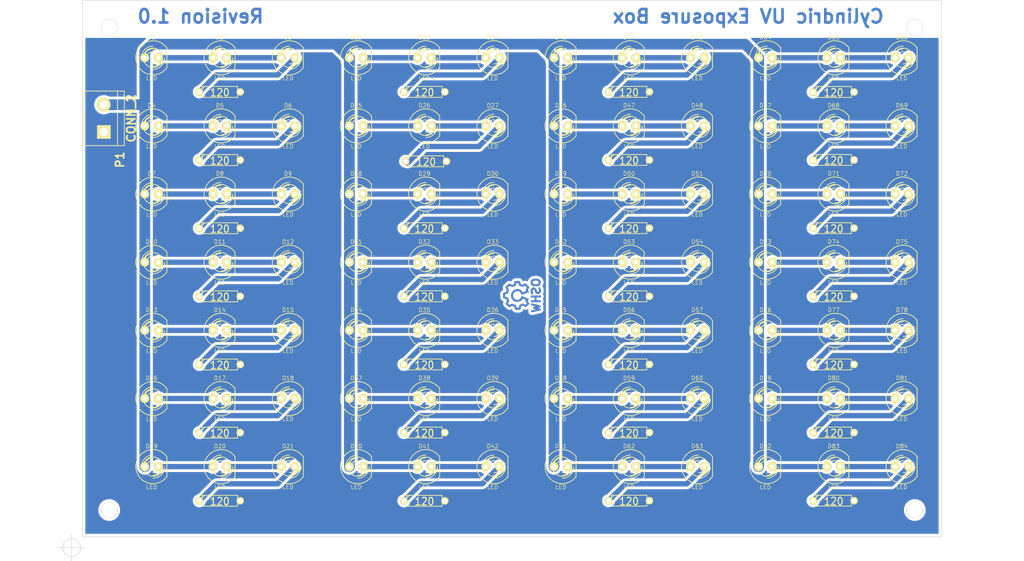
<source format=kicad_pcb>
(kicad_pcb (version 4) (host pcbnew "(2014-12-11 BZR 5320)-product")
  (layers (0 F.Cu signal) (31 B.Cu signal) (34 B.Paste user) (35 F.Paste user) (36 B.SilkS user) (37 F.SilkS user) (38 B.Mask user) (39 F.Mask user) (44 Edge.Cuts user))
  (net 0 "")
  (net 1 +12V)
  (net 2 "Net-(D1-Pad2)")
  (net 3 "Net-(D2-Pad2)")
  (net 4 "Net-(D3-Pad2)")
  (net 5 "Net-(D7-Pad2)")
  (net 6 "Net-(D8-Pad2)")
  (net 7 "Net-(D9-Pad2)")
  (net 8 "Net-(D13-Pad2)")
  (net 9 "Net-(D14-Pad2)")
  (net 10 "Net-(D15-Pad2)")
  (net 11 "Net-(D19-Pad2)")
  (net 12 "Net-(D20-Pad2)")
  (net 13 "Net-(D21-Pad2)")
  (net 14 "Net-(D25-Pad2)")
  (net 15 "Net-(D26-Pad2)")
  (net 16 "Net-(D27-Pad2)")
  (net 17 "Net-(D31-Pad2)")
  (net 18 "Net-(D32-Pad2)")
  (net 19 "Net-(D33-Pad2)")
  (net 20 "Net-(D37-Pad2)")
  (net 21 "Net-(D38-Pad2)")
  (net 22 "Net-(D39-Pad2)")
  (net 23 "Net-(D43-Pad2)")
  (net 24 "Net-(D44-Pad2)")
  (net 25 "Net-(D45-Pad2)")
  (net 26 "Net-(D49-Pad2)")
  (net 27 "Net-(D50-Pad2)")
  (net 28 "Net-(D51-Pad2)")
  (net 29 "Net-(D55-Pad2)")
  (net 30 "Net-(D56-Pad2)")
  (net 31 "Net-(D57-Pad2)")
  (net 32 "Net-(D61-Pad2)")
  (net 33 "Net-(D62-Pad2)")
  (net 34 "Net-(D63-Pad2)")
  (net 35 "Net-(D67-Pad2)")
  (net 36 "Net-(D68-Pad2)")
  (net 37 "Net-(D69-Pad2)")
  (net 38 "Net-(D73-Pad2)")
  (net 39 "Net-(D74-Pad2)")
  (net 40 "Net-(D75-Pad2)")
  (net 41 "Net-(D79-Pad2)")
  (net 42 "Net-(D80-Pad2)")
  (net 43 "Net-(D81-Pad2)")
  (net 44 GND)
  (net 45 "Net-(D4-Pad2)")
  (net 46 "Net-(D5-Pad2)")
  (net 47 "Net-(D6-Pad2)")
  (net 48 "Net-(D10-Pad2)")
  (net 49 "Net-(D11-Pad2)")
  (net 50 "Net-(D12-Pad2)")
  (net 51 "Net-(D16-Pad2)")
  (net 52 "Net-(D17-Pad2)")
  (net 53 "Net-(D18-Pad2)")
  (net 54 "Net-(D22-Pad2)")
  (net 55 "Net-(D23-Pad2)")
  (net 56 "Net-(D24-Pad2)")
  (net 57 "Net-(D28-Pad2)")
  (net 58 "Net-(D29-Pad2)")
  (net 59 "Net-(D30-Pad2)")
  (net 60 "Net-(D34-Pad2)")
  (net 61 "Net-(D35-Pad2)")
  (net 62 "Net-(D36-Pad2)")
  (net 63 "Net-(D40-Pad2)")
  (net 64 "Net-(D41-Pad2)")
  (net 65 "Net-(D42-Pad2)")
  (net 66 "Net-(D46-Pad2)")
  (net 67 "Net-(D47-Pad2)")
  (net 68 "Net-(D48-Pad2)")
  (net 69 "Net-(D52-Pad2)")
  (net 70 "Net-(D53-Pad2)")
  (net 71 "Net-(D54-Pad2)")
  (net 72 "Net-(D58-Pad2)")
  (net 73 "Net-(D59-Pad2)")
  (net 74 "Net-(D60-Pad2)")
  (net 75 "Net-(D64-Pad2)")
  (net 76 "Net-(D65-Pad2)")
  (net 77 "Net-(D66-Pad2)")
  (net 78 "Net-(D70-Pad2)")
  (net 79 "Net-(D71-Pad2)")
  (net 80 "Net-(D72-Pad2)")
  (net 81 "Net-(D76-Pad2)")
  (net 82 "Net-(D77-Pad2)")
  (net 83 "Net-(D78-Pad2)")
  (net 84 "Net-(D82-Pad2)")
  (net 85 "Net-(D83-Pad2)")
  (net 86 "Net-(D84-Pad2)")
  (module LEDs:LED-5MM (layer F.Cu) (at 98.425 111.125)
    (fp_text reference D27 (at 0 -3.81) (layer F.SilkS) (effects (font (size 0.762 0.762) (thickness 0.0889))))
    (fp_text value LED (at 0 3.81) (layer F.SilkS) (effects (font (size 0.762 0.762) (thickness 0.0889))))
    (pad 1 thru_hole circle (at -1.27 0) (size 1.6764 1.6764) (drill 0.8128) (layers *.Cu *.Mask F.SilkS) (net 15 "Net-(D26-Pad2)"))
    (pad 2 thru_hole circle (at 1.27 0) (size 1.6764 1.6764) (drill 0.8128) (layers *.Cu *.Mask F.SilkS) (net 16 "Net-(D27-Pad2)"))
  )
  (module LEDs:LED-5MM (layer F.Cu) (at 85.725 136.525)
    (fp_text reference D32 (at 0 -3.81) (layer F.SilkS) (effects (font (size 0.762 0.762) (thickness 0.0889))))
    (fp_text value LED (at 0 3.81) (layer F.SilkS) (effects (font (size 0.762 0.762) (thickness 0.0889))))
    (pad 1 thru_hole circle (at -1.27 0) (size 1.6764 1.6764) (drill 0.8128) (layers *.Cu *.Mask F.SilkS) (net 17 "Net-(D31-Pad2)"))
    (pad 2 thru_hole circle (at 1.27 0) (size 1.6764 1.6764) (drill 0.8128) (layers *.Cu *.Mask F.SilkS) (net 18 "Net-(D32-Pad2)"))
  )
  (module LEDs:LED-5MM (layer F.Cu) (at 34.925 98.425)
    (fp_text reference D1 (at 0 -3.81) (layer F.SilkS) (effects (font (size 0.762 0.762) (thickness 0.0889))))
    (fp_text value LED (at 0 3.81) (layer F.SilkS) (effects (font (size 0.762 0.762) (thickness 0.0889))))
    (pad 1 thru_hole circle (at -1.27 0) (size 1.6764 1.6764) (drill 0.8128) (layers *.Cu *.Mask F.SilkS) (net 1 +12V))
    (pad 2 thru_hole circle (at 1.27 0) (size 1.6764 1.6764) (drill 0.8128) (layers *.Cu *.Mask F.SilkS) (net 2 "Net-(D1-Pad2)"))
  )
  (module LEDs:LED-5MM (layer F.Cu) (at 47.625 98.425)
    (fp_text reference D2 (at 0 -3.81) (layer F.SilkS) (effects (font (size 0.762 0.762) (thickness 0.0889))))
    (fp_text value LED (at 0 3.81) (layer F.SilkS) (effects (font (size 0.762 0.762) (thickness 0.0889))))
    (pad 1 thru_hole circle (at -1.27 0) (size 1.6764 1.6764) (drill 0.8128) (layers *.Cu *.Mask F.SilkS) (net 2 "Net-(D1-Pad2)"))
    (pad 2 thru_hole circle (at 1.27 0) (size 1.6764 1.6764) (drill 0.8128) (layers *.Cu *.Mask F.SilkS) (net 3 "Net-(D2-Pad2)"))
  )
  (module LEDs:LED-5MM (layer F.Cu) (at 60.325 98.425)
    (fp_text reference D3 (at 0 -3.81) (layer F.SilkS) (effects (font (size 0.762 0.762) (thickness 0.0889))))
    (fp_text value LED (at 0 3.81) (layer F.SilkS) (effects (font (size 0.762 0.762) (thickness 0.0889))))
    (pad 1 thru_hole circle (at -1.27 0) (size 1.6764 1.6764) (drill 0.8128) (layers *.Cu *.Mask F.SilkS) (net 3 "Net-(D2-Pad2)"))
    (pad 2 thru_hole circle (at 1.27 0) (size 1.6764 1.6764) (drill 0.8128) (layers *.Cu *.Mask F.SilkS) (net 4 "Net-(D3-Pad2)"))
  )
  (module LEDs:LED-5MM (layer F.Cu) (at 34.925 123.825)
    (fp_text reference D7 (at 0 -3.81) (layer F.SilkS) (effects (font (size 0.762 0.762) (thickness 0.0889))))
    (fp_text value LED (at 0 3.81) (layer F.SilkS) (effects (font (size 0.762 0.762) (thickness 0.0889))))
    (pad 1 thru_hole circle (at -1.27 0) (size 1.6764 1.6764) (drill 0.8128) (layers *.Cu *.Mask F.SilkS) (net 1 +12V))
    (pad 2 thru_hole circle (at 1.27 0) (size 1.6764 1.6764) (drill 0.8128) (layers *.Cu *.Mask F.SilkS) (net 5 "Net-(D7-Pad2)"))
  )
  (module LEDs:LED-5MM (layer F.Cu) (at 47.625 123.825)
    (fp_text reference D8 (at 0 -3.81) (layer F.SilkS) (effects (font (size 0.762 0.762) (thickness 0.0889))))
    (fp_text value LED (at 0 3.81) (layer F.SilkS) (effects (font (size 0.762 0.762) (thickness 0.0889))))
    (pad 1 thru_hole circle (at -1.27 0) (size 1.6764 1.6764) (drill 0.8128) (layers *.Cu *.Mask F.SilkS) (net 5 "Net-(D7-Pad2)"))
    (pad 2 thru_hole circle (at 1.27 0) (size 1.6764 1.6764) (drill 0.8128) (layers *.Cu *.Mask F.SilkS) (net 6 "Net-(D8-Pad2)"))
  )
  (module LEDs:LED-5MM (layer F.Cu) (at 60.325 123.825)
    (fp_text reference D9 (at 0 -3.81) (layer F.SilkS) (effects (font (size 0.762 0.762) (thickness 0.0889))))
    (fp_text value LED (at 0 3.81) (layer F.SilkS) (effects (font (size 0.762 0.762) (thickness 0.0889))))
    (pad 1 thru_hole circle (at -1.27 0) (size 1.6764 1.6764) (drill 0.8128) (layers *.Cu *.Mask F.SilkS) (net 6 "Net-(D8-Pad2)"))
    (pad 2 thru_hole circle (at 1.27 0) (size 1.6764 1.6764) (drill 0.8128) (layers *.Cu *.Mask F.SilkS) (net 7 "Net-(D9-Pad2)"))
  )
  (module LEDs:LED-5MM (layer F.Cu) (at 34.925 149.225)
    (fp_text reference D13 (at 0 -3.81) (layer F.SilkS) (effects (font (size 0.762 0.762) (thickness 0.0889))))
    (fp_text value LED (at 0 3.81) (layer F.SilkS) (effects (font (size 0.762 0.762) (thickness 0.0889))))
    (pad 1 thru_hole circle (at -1.27 0) (size 1.6764 1.6764) (drill 0.8128) (layers *.Cu *.Mask F.SilkS) (net 1 +12V))
    (pad 2 thru_hole circle (at 1.27 0) (size 1.6764 1.6764) (drill 0.8128) (layers *.Cu *.Mask F.SilkS) (net 8 "Net-(D13-Pad2)"))
  )
  (module LEDs:LED-5MM (layer F.Cu) (at 47.625 149.225)
    (fp_text reference D14 (at 0 -3.81) (layer F.SilkS) (effects (font (size 0.762 0.762) (thickness 0.0889))))
    (fp_text value LED (at 0 3.81) (layer F.SilkS) (effects (font (size 0.762 0.762) (thickness 0.0889))))
    (pad 1 thru_hole circle (at -1.27 0) (size 1.6764 1.6764) (drill 0.8128) (layers *.Cu *.Mask F.SilkS) (net 8 "Net-(D13-Pad2)"))
    (pad 2 thru_hole circle (at 1.27 0) (size 1.6764 1.6764) (drill 0.8128) (layers *.Cu *.Mask F.SilkS) (net 9 "Net-(D14-Pad2)"))
  )
  (module LEDs:LED-5MM (layer F.Cu) (at 60.325 149.225)
    (fp_text reference D15 (at 0 -3.81) (layer F.SilkS) (effects (font (size 0.762 0.762) (thickness 0.0889))))
    (fp_text value LED (at 0 3.81) (layer F.SilkS) (effects (font (size 0.762 0.762) (thickness 0.0889))))
    (pad 1 thru_hole circle (at -1.27 0) (size 1.6764 1.6764) (drill 0.8128) (layers *.Cu *.Mask F.SilkS) (net 9 "Net-(D14-Pad2)"))
    (pad 2 thru_hole circle (at 1.27 0) (size 1.6764 1.6764) (drill 0.8128) (layers *.Cu *.Mask F.SilkS) (net 10 "Net-(D15-Pad2)"))
  )
  (module LEDs:LED-5MM (layer F.Cu) (at 34.925 174.625)
    (fp_text reference D19 (at 0 -3.81) (layer F.SilkS) (effects (font (size 0.762 0.762) (thickness 0.0889))))
    (fp_text value LED (at 0 3.81) (layer F.SilkS) (effects (font (size 0.762 0.762) (thickness 0.0889))))
    (pad 1 thru_hole circle (at -1.27 0) (size 1.6764 1.6764) (drill 0.8128) (layers *.Cu *.Mask F.SilkS) (net 1 +12V))
    (pad 2 thru_hole circle (at 1.27 0) (size 1.6764 1.6764) (drill 0.8128) (layers *.Cu *.Mask F.SilkS) (net 11 "Net-(D19-Pad2)"))
  )
  (module LEDs:LED-5MM (layer F.Cu) (at 47.625 174.625)
    (fp_text reference D20 (at 0 -3.81) (layer F.SilkS) (effects (font (size 0.762 0.762) (thickness 0.0889))))
    (fp_text value LED (at 0 3.81) (layer F.SilkS) (effects (font (size 0.762 0.762) (thickness 0.0889))))
    (pad 1 thru_hole circle (at -1.27 0) (size 1.6764 1.6764) (drill 0.8128) (layers *.Cu *.Mask F.SilkS) (net 11 "Net-(D19-Pad2)"))
    (pad 2 thru_hole circle (at 1.27 0) (size 1.6764 1.6764) (drill 0.8128) (layers *.Cu *.Mask F.SilkS) (net 12 "Net-(D20-Pad2)"))
  )
  (module LEDs:LED-5MM (layer F.Cu) (at 60.325 174.625)
    (fp_text reference D21 (at 0 -3.81) (layer F.SilkS) (effects (font (size 0.762 0.762) (thickness 0.0889))))
    (fp_text value LED (at 0 3.81) (layer F.SilkS) (effects (font (size 0.762 0.762) (thickness 0.0889))))
    (pad 1 thru_hole circle (at -1.27 0) (size 1.6764 1.6764) (drill 0.8128) (layers *.Cu *.Mask F.SilkS) (net 12 "Net-(D20-Pad2)"))
    (pad 2 thru_hole circle (at 1.27 0) (size 1.6764 1.6764) (drill 0.8128) (layers *.Cu *.Mask F.SilkS) (net 13 "Net-(D21-Pad2)"))
  )
  (module LEDs:LED-5MM (layer F.Cu) (at 73.025 111.125)
    (fp_text reference D25 (at 0 -3.81) (layer F.SilkS) (effects (font (size 0.762 0.762) (thickness 0.0889))))
    (fp_text value LED (at 0 3.81) (layer F.SilkS) (effects (font (size 0.762 0.762) (thickness 0.0889))))
    (pad 1 thru_hole circle (at -1.27 0) (size 1.6764 1.6764) (drill 0.8128) (layers *.Cu *.Mask F.SilkS) (net 1 +12V))
    (pad 2 thru_hole circle (at 1.27 0) (size 1.6764 1.6764) (drill 0.8128) (layers *.Cu *.Mask F.SilkS) (net 14 "Net-(D25-Pad2)"))
  )
  (module LEDs:LED-5MM (layer F.Cu) (at 85.725 111.125)
    (fp_text reference D26 (at 0 -3.81) (layer F.SilkS) (effects (font (size 0.762 0.762) (thickness 0.0889))))
    (fp_text value LED (at 0 3.81) (layer F.SilkS) (effects (font (size 0.762 0.762) (thickness 0.0889))))
    (pad 1 thru_hole circle (at -1.27 0) (size 1.6764 1.6764) (drill 0.8128) (layers *.Cu *.Mask F.SilkS) (net 14 "Net-(D25-Pad2)"))
    (pad 2 thru_hole circle (at 1.27 0) (size 1.6764 1.6764) (drill 0.8128) (layers *.Cu *.Mask F.SilkS) (net 15 "Net-(D26-Pad2)"))
  )
  (module LEDs:LED-5MM (layer F.Cu) (at 73.025 136.525)
    (fp_text reference D31 (at 0 -3.81) (layer F.SilkS) (effects (font (size 0.762 0.762) (thickness 0.0889))))
    (fp_text value LED (at 0 3.81) (layer F.SilkS) (effects (font (size 0.762 0.762) (thickness 0.0889))))
    (pad 1 thru_hole circle (at -1.27 0) (size 1.6764 1.6764) (drill 0.8128) (layers *.Cu *.Mask F.SilkS) (net 1 +12V))
    (pad 2 thru_hole circle (at 1.27 0) (size 1.6764 1.6764) (drill 0.8128) (layers *.Cu *.Mask F.SilkS) (net 17 "Net-(D31-Pad2)"))
  )
  (module LEDs:LED-5MM (layer F.Cu) (at 98.425 136.525)
    (fp_text reference D33 (at 0 -3.81) (layer F.SilkS) (effects (font (size 0.762 0.762) (thickness 0.0889))))
    (fp_text value LED (at 0 3.81) (layer F.SilkS) (effects (font (size 0.762 0.762) (thickness 0.0889))))
    (pad 1 thru_hole circle (at -1.27 0) (size 1.6764 1.6764) (drill 0.8128) (layers *.Cu *.Mask F.SilkS) (net 18 "Net-(D32-Pad2)"))
    (pad 2 thru_hole circle (at 1.27 0) (size 1.6764 1.6764) (drill 0.8128) (layers *.Cu *.Mask F.SilkS) (net 19 "Net-(D33-Pad2)"))
  )
  (module LEDs:LED-5MM (layer F.Cu) (at 73.025 161.925)
    (fp_text reference D37 (at 0 -3.81) (layer F.SilkS) (effects (font (size 0.762 0.762) (thickness 0.0889))))
    (fp_text value LED (at 0 3.81) (layer F.SilkS) (effects (font (size 0.762 0.762) (thickness 0.0889))))
    (pad 1 thru_hole circle (at -1.27 0) (size 1.6764 1.6764) (drill 0.8128) (layers *.Cu *.Mask F.SilkS) (net 1 +12V))
    (pad 2 thru_hole circle (at 1.27 0) (size 1.6764 1.6764) (drill 0.8128) (layers *.Cu *.Mask F.SilkS) (net 20 "Net-(D37-Pad2)"))
  )
  (module LEDs:LED-5MM (layer F.Cu) (at 85.725 161.925)
    (fp_text reference D38 (at 0 -3.81) (layer F.SilkS) (effects (font (size 0.762 0.762) (thickness 0.0889))))
    (fp_text value LED (at 0 3.81) (layer F.SilkS) (effects (font (size 0.762 0.762) (thickness 0.0889))))
    (pad 1 thru_hole circle (at -1.27 0) (size 1.6764 1.6764) (drill 0.8128) (layers *.Cu *.Mask F.SilkS) (net 20 "Net-(D37-Pad2)"))
    (pad 2 thru_hole circle (at 1.27 0) (size 1.6764 1.6764) (drill 0.8128) (layers *.Cu *.Mask F.SilkS) (net 21 "Net-(D38-Pad2)"))
  )
  (module LEDs:LED-5MM (layer F.Cu) (at 98.425 161.925)
    (fp_text reference D39 (at 0 -3.81) (layer F.SilkS) (effects (font (size 0.762 0.762) (thickness 0.0889))))
    (fp_text value LED (at 0 3.81) (layer F.SilkS) (effects (font (size 0.762 0.762) (thickness 0.0889))))
    (pad 1 thru_hole circle (at -1.27 0) (size 1.6764 1.6764) (drill 0.8128) (layers *.Cu *.Mask F.SilkS) (net 21 "Net-(D38-Pad2)"))
    (pad 2 thru_hole circle (at 1.27 0) (size 1.6764 1.6764) (drill 0.8128) (layers *.Cu *.Mask F.SilkS) (net 22 "Net-(D39-Pad2)"))
  )
  (module LEDs:LED-5MM (layer F.Cu) (at 111.125 98.425)
    (fp_text reference D43 (at 0 -3.81) (layer F.SilkS) (effects (font (size 0.762 0.762) (thickness 0.0889))))
    (fp_text value LED (at 0 3.81) (layer F.SilkS) (effects (font (size 0.762 0.762) (thickness 0.0889))))
    (pad 1 thru_hole circle (at -1.27 0) (size 1.6764 1.6764) (drill 0.8128) (layers *.Cu *.Mask F.SilkS) (net 1 +12V))
    (pad 2 thru_hole circle (at 1.27 0) (size 1.6764 1.6764) (drill 0.8128) (layers *.Cu *.Mask F.SilkS) (net 23 "Net-(D43-Pad2)"))
  )
  (module LEDs:LED-5MM (layer F.Cu) (at 123.825 98.425)
    (fp_text reference D44 (at 0 -3.81) (layer F.SilkS) (effects (font (size 0.762 0.762) (thickness 0.0889))))
    (fp_text value LED (at 0 3.81) (layer F.SilkS) (effects (font (size 0.762 0.762) (thickness 0.0889))))
    (pad 1 thru_hole circle (at -1.27 0) (size 1.6764 1.6764) (drill 0.8128) (layers *.Cu *.Mask F.SilkS) (net 23 "Net-(D43-Pad2)"))
    (pad 2 thru_hole circle (at 1.27 0) (size 1.6764 1.6764) (drill 0.8128) (layers *.Cu *.Mask F.SilkS) (net 24 "Net-(D44-Pad2)"))
  )
  (module LEDs:LED-5MM (layer F.Cu) (at 136.525 98.425)
    (fp_text reference D45 (at 0 -3.81) (layer F.SilkS) (effects (font (size 0.762 0.762) (thickness 0.0889))))
    (fp_text value LED (at 0 3.81) (layer F.SilkS) (effects (font (size 0.762 0.762) (thickness 0.0889))))
    (pad 1 thru_hole circle (at -1.27 0) (size 1.6764 1.6764) (drill 0.8128) (layers *.Cu *.Mask F.SilkS) (net 24 "Net-(D44-Pad2)"))
    (pad 2 thru_hole circle (at 1.27 0) (size 1.6764 1.6764) (drill 0.8128) (layers *.Cu *.Mask F.SilkS) (net 25 "Net-(D45-Pad2)"))
  )
  (module LEDs:LED-5MM (layer F.Cu) (at 111.125 123.825)
    (fp_text reference D49 (at 0 -3.81) (layer F.SilkS) (effects (font (size 0.762 0.762) (thickness 0.0889))))
    (fp_text value LED (at 0 3.81) (layer F.SilkS) (effects (font (size 0.762 0.762) (thickness 0.0889))))
    (pad 1 thru_hole circle (at -1.27 0) (size 1.6764 1.6764) (drill 0.8128) (layers *.Cu *.Mask F.SilkS) (net 1 +12V))
    (pad 2 thru_hole circle (at 1.27 0) (size 1.6764 1.6764) (drill 0.8128) (layers *.Cu *.Mask F.SilkS) (net 26 "Net-(D49-Pad2)"))
  )
  (module LEDs:LED-5MM (layer F.Cu) (at 123.825 123.825)
    (fp_text reference D50 (at 0 -3.81) (layer F.SilkS) (effects (font (size 0.762 0.762) (thickness 0.0889))))
    (fp_text value LED (at 0 3.81) (layer F.SilkS) (effects (font (size 0.762 0.762) (thickness 0.0889))))
    (pad 1 thru_hole circle (at -1.27 0) (size 1.6764 1.6764) (drill 0.8128) (layers *.Cu *.Mask F.SilkS) (net 26 "Net-(D49-Pad2)"))
    (pad 2 thru_hole circle (at 1.27 0) (size 1.6764 1.6764) (drill 0.8128) (layers *.Cu *.Mask F.SilkS) (net 27 "Net-(D50-Pad2)"))
  )
  (module LEDs:LED-5MM (layer F.Cu) (at 136.525 123.825)
    (fp_text reference D51 (at 0 -3.81) (layer F.SilkS) (effects (font (size 0.762 0.762) (thickness 0.0889))))
    (fp_text value LED (at 0 3.81) (layer F.SilkS) (effects (font (size 0.762 0.762) (thickness 0.0889))))
    (pad 1 thru_hole circle (at -1.27 0) (size 1.6764 1.6764) (drill 0.8128) (layers *.Cu *.Mask F.SilkS) (net 27 "Net-(D50-Pad2)"))
    (pad 2 thru_hole circle (at 1.27 0) (size 1.6764 1.6764) (drill 0.8128) (layers *.Cu *.Mask F.SilkS) (net 28 "Net-(D51-Pad2)"))
  )
  (module LEDs:LED-5MM (layer F.Cu) (at 111.125 149.225)
    (fp_text reference D55 (at 0 -3.81) (layer F.SilkS) (effects (font (size 0.762 0.762) (thickness 0.0889))))
    (fp_text value LED (at 0 3.81) (layer F.SilkS) (effects (font (size 0.762 0.762) (thickness 0.0889))))
    (pad 1 thru_hole circle (at -1.27 0) (size 1.6764 1.6764) (drill 0.8128) (layers *.Cu *.Mask F.SilkS) (net 1 +12V))
    (pad 2 thru_hole circle (at 1.27 0) (size 1.6764 1.6764) (drill 0.8128) (layers *.Cu *.Mask F.SilkS) (net 29 "Net-(D55-Pad2)"))
  )
  (module LEDs:LED-5MM (layer F.Cu) (at 123.825 149.225)
    (fp_text reference D56 (at 0 -3.81) (layer F.SilkS) (effects (font (size 0.762 0.762) (thickness 0.0889))))
    (fp_text value LED (at 0 3.81) (layer F.SilkS) (effects (font (size 0.762 0.762) (thickness 0.0889))))
    (pad 1 thru_hole circle (at -1.27 0) (size 1.6764 1.6764) (drill 0.8128) (layers *.Cu *.Mask F.SilkS) (net 29 "Net-(D55-Pad2)"))
    (pad 2 thru_hole circle (at 1.27 0) (size 1.6764 1.6764) (drill 0.8128) (layers *.Cu *.Mask F.SilkS) (net 30 "Net-(D56-Pad2)"))
  )
  (module LEDs:LED-5MM (layer F.Cu) (at 136.525 149.225)
    (fp_text reference D57 (at 0 -3.81) (layer F.SilkS) (effects (font (size 0.762 0.762) (thickness 0.0889))))
    (fp_text value LED (at 0 3.81) (layer F.SilkS) (effects (font (size 0.762 0.762) (thickness 0.0889))))
    (pad 1 thru_hole circle (at -1.27 0) (size 1.6764 1.6764) (drill 0.8128) (layers *.Cu *.Mask F.SilkS) (net 30 "Net-(D56-Pad2)"))
    (pad 2 thru_hole circle (at 1.27 0) (size 1.6764 1.6764) (drill 0.8128) (layers *.Cu *.Mask F.SilkS) (net 31 "Net-(D57-Pad2)"))
  )
  (module LEDs:LED-5MM (layer F.Cu) (at 111.125 174.625)
    (fp_text reference D61 (at 0 -3.81) (layer F.SilkS) (effects (font (size 0.762 0.762) (thickness 0.0889))))
    (fp_text value LED (at 0 3.81) (layer F.SilkS) (effects (font (size 0.762 0.762) (thickness 0.0889))))
    (pad 1 thru_hole circle (at -1.27 0) (size 1.6764 1.6764) (drill 0.8128) (layers *.Cu *.Mask F.SilkS) (net 1 +12V))
    (pad 2 thru_hole circle (at 1.27 0) (size 1.6764 1.6764) (drill 0.8128) (layers *.Cu *.Mask F.SilkS) (net 32 "Net-(D61-Pad2)"))
  )
  (module LEDs:LED-5MM (layer F.Cu) (at 123.825 174.625)
    (fp_text reference D62 (at 0 -3.81) (layer F.SilkS) (effects (font (size 0.762 0.762) (thickness 0.0889))))
    (fp_text value LED (at 0 3.81) (layer F.SilkS) (effects (font (size 0.762 0.762) (thickness 0.0889))))
    (pad 1 thru_hole circle (at -1.27 0) (size 1.6764 1.6764) (drill 0.8128) (layers *.Cu *.Mask F.SilkS) (net 32 "Net-(D61-Pad2)"))
    (pad 2 thru_hole circle (at 1.27 0) (size 1.6764 1.6764) (drill 0.8128) (layers *.Cu *.Mask F.SilkS) (net 33 "Net-(D62-Pad2)"))
  )
  (module LEDs:LED-5MM (layer F.Cu) (at 136.525 174.625)
    (fp_text reference D63 (at 0 -3.81) (layer F.SilkS) (effects (font (size 0.762 0.762) (thickness 0.0889))))
    (fp_text value LED (at 0 3.81) (layer F.SilkS) (effects (font (size 0.762 0.762) (thickness 0.0889))))
    (pad 1 thru_hole circle (at -1.27 0) (size 1.6764 1.6764) (drill 0.8128) (layers *.Cu *.Mask F.SilkS) (net 33 "Net-(D62-Pad2)"))
    (pad 2 thru_hole circle (at 1.27 0) (size 1.6764 1.6764) (drill 0.8128) (layers *.Cu *.Mask F.SilkS) (net 34 "Net-(D63-Pad2)"))
  )
  (module LEDs:LED-5MM (layer F.Cu) (at 149.225 111.125)
    (fp_text reference D67 (at 0 -3.81) (layer F.SilkS) (effects (font (size 0.762 0.762) (thickness 0.0889))))
    (fp_text value LED (at 0 3.81) (layer F.SilkS) (effects (font (size 0.762 0.762) (thickness 0.0889))))
    (pad 1 thru_hole circle (at -1.27 0) (size 1.6764 1.6764) (drill 0.8128) (layers *.Cu *.Mask F.SilkS) (net 1 +12V))
    (pad 2 thru_hole circle (at 1.27 0) (size 1.6764 1.6764) (drill 0.8128) (layers *.Cu *.Mask F.SilkS) (net 35 "Net-(D67-Pad2)"))
  )
  (module LEDs:LED-5MM (layer F.Cu) (at 161.925 111.125)
    (fp_text reference D68 (at 0 -3.81) (layer F.SilkS) (effects (font (size 0.762 0.762) (thickness 0.0889))))
    (fp_text value LED (at 0 3.81) (layer F.SilkS) (effects (font (size 0.762 0.762) (thickness 0.0889))))
    (pad 1 thru_hole circle (at -1.27 0) (size 1.6764 1.6764) (drill 0.8128) (layers *.Cu *.Mask F.SilkS) (net 35 "Net-(D67-Pad2)"))
    (pad 2 thru_hole circle (at 1.27 0) (size 1.6764 1.6764) (drill 0.8128) (layers *.Cu *.Mask F.SilkS) (net 36 "Net-(D68-Pad2)"))
  )
  (module LEDs:LED-5MM (layer F.Cu) (at 174.625 111.125)
    (fp_text reference D69 (at 0 -3.81) (layer F.SilkS) (effects (font (size 0.762 0.762) (thickness 0.0889))))
    (fp_text value LED (at 0 3.81) (layer F.SilkS) (effects (font (size 0.762 0.762) (thickness 0.0889))))
    (pad 1 thru_hole circle (at -1.27 0) (size 1.6764 1.6764) (drill 0.8128) (layers *.Cu *.Mask F.SilkS) (net 36 "Net-(D68-Pad2)"))
    (pad 2 thru_hole circle (at 1.27 0) (size 1.6764 1.6764) (drill 0.8128) (layers *.Cu *.Mask F.SilkS) (net 37 "Net-(D69-Pad2)"))
  )
  (module LEDs:LED-5MM (layer F.Cu) (at 149.225 136.525)
    (fp_text reference D73 (at 0 -3.81) (layer F.SilkS) (effects (font (size 0.762 0.762) (thickness 0.0889))))
    (fp_text value LED (at 0 3.81) (layer F.SilkS) (effects (font (size 0.762 0.762) (thickness 0.0889))))
    (pad 1 thru_hole circle (at -1.27 0) (size 1.6764 1.6764) (drill 0.8128) (layers *.Cu *.Mask F.SilkS) (net 1 +12V))
    (pad 2 thru_hole circle (at 1.27 0) (size 1.6764 1.6764) (drill 0.8128) (layers *.Cu *.Mask F.SilkS) (net 38 "Net-(D73-Pad2)"))
  )
  (module LEDs:LED-5MM (layer F.Cu) (at 161.925 136.525)
    (fp_text reference D74 (at 0 -3.81) (layer F.SilkS) (effects (font (size 0.762 0.762) (thickness 0.0889))))
    (fp_text value LED (at 0 3.81) (layer F.SilkS) (effects (font (size 0.762 0.762) (thickness 0.0889))))
    (pad 1 thru_hole circle (at -1.27 0) (size 1.6764 1.6764) (drill 0.8128) (layers *.Cu *.Mask F.SilkS) (net 38 "Net-(D73-Pad2)"))
    (pad 2 thru_hole circle (at 1.27 0) (size 1.6764 1.6764) (drill 0.8128) (layers *.Cu *.Mask F.SilkS) (net 39 "Net-(D74-Pad2)"))
  )
  (module LEDs:LED-5MM (layer F.Cu) (at 174.625 136.525)
    (fp_text reference D75 (at 0 -3.81) (layer F.SilkS) (effects (font (size 0.762 0.762) (thickness 0.0889))))
    (fp_text value LED (at 0 3.81) (layer F.SilkS) (effects (font (size 0.762 0.762) (thickness 0.0889))))
    (pad 1 thru_hole circle (at -1.27 0) (size 1.6764 1.6764) (drill 0.8128) (layers *.Cu *.Mask F.SilkS) (net 39 "Net-(D74-Pad2)"))
    (pad 2 thru_hole circle (at 1.27 0) (size 1.6764 1.6764) (drill 0.8128) (layers *.Cu *.Mask F.SilkS) (net 40 "Net-(D75-Pad2)"))
  )
  (module LEDs:LED-5MM (layer F.Cu) (at 149.225 161.925)
    (fp_text reference D79 (at 0 -3.81) (layer F.SilkS) (effects (font (size 0.762 0.762) (thickness 0.0889))))
    (fp_text value LED (at 0 3.81) (layer F.SilkS) (effects (font (size 0.762 0.762) (thickness 0.0889))))
    (pad 1 thru_hole circle (at -1.27 0) (size 1.6764 1.6764) (drill 0.8128) (layers *.Cu *.Mask F.SilkS) (net 1 +12V))
    (pad 2 thru_hole circle (at 1.27 0) (size 1.6764 1.6764) (drill 0.8128) (layers *.Cu *.Mask F.SilkS) (net 41 "Net-(D79-Pad2)"))
  )
  (module LEDs:LED-5MM (layer F.Cu) (at 161.925 161.925)
    (fp_text reference D80 (at 0 -3.81) (layer F.SilkS) (effects (font (size 0.762 0.762) (thickness 0.0889))))
    (fp_text value LED (at 0 3.81) (layer F.SilkS) (effects (font (size 0.762 0.762) (thickness 0.0889))))
    (pad 1 thru_hole circle (at -1.27 0) (size 1.6764 1.6764) (drill 0.8128) (layers *.Cu *.Mask F.SilkS) (net 41 "Net-(D79-Pad2)"))
    (pad 2 thru_hole circle (at 1.27 0) (size 1.6764 1.6764) (drill 0.8128) (layers *.Cu *.Mask F.SilkS) (net 42 "Net-(D80-Pad2)"))
  )
  (module LEDs:LED-5MM (layer F.Cu) (at 174.625 161.925)
    (fp_text reference D81 (at 0 -3.81) (layer F.SilkS) (effects (font (size 0.762 0.762) (thickness 0.0889))))
    (fp_text value LED (at 0 3.81) (layer F.SilkS) (effects (font (size 0.762 0.762) (thickness 0.0889))))
    (pad 1 thru_hole circle (at -1.27 0) (size 1.6764 1.6764) (drill 0.8128) (layers *.Cu *.Mask F.SilkS) (net 42 "Net-(D80-Pad2)"))
    (pad 2 thru_hole circle (at 1.27 0) (size 1.6764 1.6764) (drill 0.8128) (layers *.Cu *.Mask F.SilkS) (net 43 "Net-(D81-Pad2)"))
  )
  (module Connect:bornier2 (layer F.Cu) (at 26.035 109.7114 90)
    (fp_text reference P1 (at -7.721 3 90) (layer F.SilkS) (effects (font (thickness 0.3048))))
    (fp_text value CONN_2 (at 0 5.08 90) (layer F.SilkS) (effects (font (thickness 0.3048))))
    (pad 1 thru_hole rect (at -2.54 0 90) (size 2.54 2.54) (drill 1.524) (layers *.Cu *.Mask F.SilkS) (net 44 GND))
    (pad 2 thru_hole circle (at 2.54 0 90) (size 2.54 2.54) (drill 1.524) (layers *.Cu *.Mask F.SilkS) (net 1 +12V))
  )
  (module Discret:R3 (layer F.Cu) (at 47.625 104.7877)
    (fp_text reference R1 hide)
    (fp_text value 120 (at 0 0.127) (layer F.SilkS) (effects (font (size 1.397 1.27) (thickness 0.2032))))
    (pad 1 thru_hole circle (at -3.81 0) (size 1.397 1.397) (drill 0.8128) (layers *.Cu *.Mask F.SilkS) (net 4 "Net-(D3-Pad2)"))
    (pad 2 thru_hole circle (at 3.81 0) (size 1.397 1.397) (drill 0.8128) (layers *.Cu *.Mask F.SilkS) (net 44 GND))
  )
  (module Discret:R3 (layer F.Cu) (at 47.625 130.1877)
    (fp_text reference R3 hide)
    (fp_text value 120 (at 0 0.127) (layer F.SilkS) (effects (font (size 1.397 1.27) (thickness 0.2032))))
    (pad 1 thru_hole circle (at -3.81 0) (size 1.397 1.397) (drill 0.8128) (layers *.Cu *.Mask F.SilkS) (net 7 "Net-(D9-Pad2)"))
    (pad 2 thru_hole circle (at 3.81 0) (size 1.397 1.397) (drill 0.8128) (layers *.Cu *.Mask F.SilkS) (net 44 GND))
  )
  (module Discret:R3 (layer F.Cu) (at 47.625 155.5877)
    (fp_text reference R5 hide)
    (fp_text value 120 (at 0 0.127) (layer F.SilkS) (effects (font (size 1.397 1.27) (thickness 0.2032))))
    (pad 1 thru_hole circle (at -3.81 0) (size 1.397 1.397) (drill 0.8128) (layers *.Cu *.Mask F.SilkS) (net 10 "Net-(D15-Pad2)"))
    (pad 2 thru_hole circle (at 3.81 0) (size 1.397 1.397) (drill 0.8128) (layers *.Cu *.Mask F.SilkS) (net 44 GND))
  )
  (module Discret:R3 (layer F.Cu) (at 47.625 180.9877)
    (fp_text reference R7 hide)
    (fp_text value 120 (at 0 0.127) (layer F.SilkS) (effects (font (size 1.397 1.27) (thickness 0.2032))))
    (pad 1 thru_hole circle (at -3.81 0) (size 1.397 1.397) (drill 0.8128) (layers *.Cu *.Mask F.SilkS) (net 13 "Net-(D21-Pad2)"))
    (pad 2 thru_hole circle (at 3.81 0) (size 1.397 1.397) (drill 0.8128) (layers *.Cu *.Mask F.SilkS) (net 44 GND))
  )
  (module Discret:R3 (layer F.Cu) (at 86.035 117.7114)
    (fp_text reference R9 hide)
    (fp_text value 120 (at 0 0.127) (layer F.SilkS) (effects (font (size 1.397 1.27) (thickness 0.2032))))
    (pad 1 thru_hole circle (at -3.81 0) (size 1.397 1.397) (drill 0.8128) (layers *.Cu *.Mask F.SilkS) (net 16 "Net-(D27-Pad2)"))
    (pad 2 thru_hole circle (at 3.81 0) (size 1.397 1.397) (drill 0.8128) (layers *.Cu *.Mask F.SilkS) (net 44 GND))
  )
  (module Discret:R3 (layer F.Cu) (at 85.725 142.875)
    (fp_text reference R11 hide)
    (fp_text value 120 (at 0 0.127) (layer F.SilkS) (effects (font (size 1.397 1.27) (thickness 0.2032))))
    (pad 1 thru_hole circle (at -3.81 0) (size 1.397 1.397) (drill 0.8128) (layers *.Cu *.Mask F.SilkS) (net 19 "Net-(D33-Pad2)"))
    (pad 2 thru_hole circle (at 3.81 0) (size 1.397 1.397) (drill 0.8128) (layers *.Cu *.Mask F.SilkS) (net 44 GND))
  )
  (module Discret:R3 (layer F.Cu) (at 85.725 168.275)
    (fp_text reference R13 hide)
    (fp_text value 120 (at 0 0.127) (layer F.SilkS) (effects (font (size 1.397 1.27) (thickness 0.2032))))
    (pad 1 thru_hole circle (at -3.81 0) (size 1.397 1.397) (drill 0.8128) (layers *.Cu *.Mask F.SilkS) (net 22 "Net-(D39-Pad2)"))
    (pad 2 thru_hole circle (at 3.81 0) (size 1.397 1.397) (drill 0.8128) (layers *.Cu *.Mask F.SilkS) (net 44 GND))
  )
  (module Discret:R3 (layer F.Cu) (at 123.825 104.775)
    (fp_text reference R15 hide)
    (fp_text value 120 (at 0 0.127) (layer F.SilkS) (effects (font (size 1.397 1.27) (thickness 0.2032))))
    (pad 1 thru_hole circle (at -3.81 0) (size 1.397 1.397) (drill 0.8128) (layers *.Cu *.Mask F.SilkS) (net 25 "Net-(D45-Pad2)"))
    (pad 2 thru_hole circle (at 3.81 0) (size 1.397 1.397) (drill 0.8128) (layers *.Cu *.Mask F.SilkS) (net 44 GND))
  )
  (module Discret:R3 (layer F.Cu) (at 123.825 130.175)
    (fp_text reference R17 hide)
    (fp_text value 120 (at 0 0.127) (layer F.SilkS) (effects (font (size 1.397 1.27) (thickness 0.2032))))
    (pad 1 thru_hole circle (at -3.81 0) (size 1.397 1.397) (drill 0.8128) (layers *.Cu *.Mask F.SilkS) (net 28 "Net-(D51-Pad2)"))
    (pad 2 thru_hole circle (at 3.81 0) (size 1.397 1.397) (drill 0.8128) (layers *.Cu *.Mask F.SilkS) (net 44 GND))
  )
  (module Discret:R3 (layer F.Cu) (at 123.825 155.575)
    (fp_text reference R19 hide)
    (fp_text value 120 (at 0 0.127) (layer F.SilkS) (effects (font (size 1.397 1.27) (thickness 0.2032))))
    (pad 1 thru_hole circle (at -3.81 0) (size 1.397 1.397) (drill 0.8128) (layers *.Cu *.Mask F.SilkS) (net 31 "Net-(D57-Pad2)"))
    (pad 2 thru_hole circle (at 3.81 0) (size 1.397 1.397) (drill 0.8128) (layers *.Cu *.Mask F.SilkS) (net 44 GND))
  )
  (module Discret:R3 (layer F.Cu) (at 123.825 180.975)
    (fp_text reference R21 hide)
    (fp_text value 120 (at 0 0.127) (layer F.SilkS) (effects (font (size 1.397 1.27) (thickness 0.2032))))
    (pad 1 thru_hole circle (at -3.81 0) (size 1.397 1.397) (drill 0.8128) (layers *.Cu *.Mask F.SilkS) (net 34 "Net-(D63-Pad2)"))
    (pad 2 thru_hole circle (at 3.81 0) (size 1.397 1.397) (drill 0.8128) (layers *.Cu *.Mask F.SilkS) (net 44 GND))
  )
  (module Discret:R3 (layer F.Cu) (at 161.925 117.475)
    (fp_text reference R23 hide)
    (fp_text value 120 (at 0 0.127) (layer F.SilkS) (effects (font (size 1.397 1.27) (thickness 0.2032))))
    (pad 1 thru_hole circle (at -3.81 0) (size 1.397 1.397) (drill 0.8128) (layers *.Cu *.Mask F.SilkS) (net 37 "Net-(D69-Pad2)"))
    (pad 2 thru_hole circle (at 3.81 0) (size 1.397 1.397) (drill 0.8128) (layers *.Cu *.Mask F.SilkS) (net 44 GND))
  )
  (module Discret:R3 (layer F.Cu) (at 161.925 142.875)
    (fp_text reference R25 hide)
    (fp_text value 120 (at 0 0.127) (layer F.SilkS) (effects (font (size 1.397 1.27) (thickness 0.2032))))
    (pad 1 thru_hole circle (at -3.81 0) (size 1.397 1.397) (drill 0.8128) (layers *.Cu *.Mask F.SilkS) (net 40 "Net-(D75-Pad2)"))
    (pad 2 thru_hole circle (at 3.81 0) (size 1.397 1.397) (drill 0.8128) (layers *.Cu *.Mask F.SilkS) (net 44 GND))
  )
  (module Discret:R3 (layer F.Cu) (at 161.925 168.275)
    (fp_text reference R27 hide)
    (fp_text value 120 (at 0 0.127) (layer F.SilkS) (effects (font (size 1.397 1.27) (thickness 0.2032))))
    (pad 1 thru_hole circle (at -3.81 0) (size 1.397 1.397) (drill 0.8128) (layers *.Cu *.Mask F.SilkS) (net 43 "Net-(D81-Pad2)"))
    (pad 2 thru_hole circle (at 3.81 0) (size 1.397 1.397) (drill 0.8128) (layers *.Cu *.Mask F.SilkS) (net 44 GND))
  )
  (module LEDs:LED-5MM (layer F.Cu) (at 34.925 111.125)
    (fp_text reference D4 (at 0 -3.81) (layer F.SilkS) (effects (font (size 0.762 0.762) (thickness 0.0889))))
    (fp_text value LED (at 0 3.81) (layer F.SilkS) (effects (font (size 0.762 0.762) (thickness 0.0889))))
    (pad 1 thru_hole circle (at -1.27 0) (size 1.6764 1.6764) (drill 0.8128) (layers *.Cu *.Mask F.SilkS) (net 1 +12V))
    (pad 2 thru_hole circle (at 1.27 0) (size 1.6764 1.6764) (drill 0.8128) (layers *.Cu *.Mask F.SilkS) (net 45 "Net-(D4-Pad2)"))
  )
  (module LEDs:LED-5MM (layer F.Cu) (at 47.625 111.125)
    (fp_text reference D5 (at 0 -3.81) (layer F.SilkS) (effects (font (size 0.762 0.762) (thickness 0.0889))))
    (fp_text value LED (at 0 3.81) (layer F.SilkS) (effects (font (size 0.762 0.762) (thickness 0.0889))))
    (pad 1 thru_hole circle (at -1.27 0) (size 1.6764 1.6764) (drill 0.8128) (layers *.Cu *.Mask F.SilkS) (net 45 "Net-(D4-Pad2)"))
    (pad 2 thru_hole circle (at 1.27 0) (size 1.6764 1.6764) (drill 0.8128) (layers *.Cu *.Mask F.SilkS) (net 46 "Net-(D5-Pad2)"))
  )
  (module LEDs:LED-5MM (layer F.Cu) (at 60.325 111.125)
    (fp_text reference D6 (at 0 -3.81) (layer F.SilkS) (effects (font (size 0.762 0.762) (thickness 0.0889))))
    (fp_text value LED (at 0 3.81) (layer F.SilkS) (effects (font (size 0.762 0.762) (thickness 0.0889))))
    (pad 1 thru_hole circle (at -1.27 0) (size 1.6764 1.6764) (drill 0.8128) (layers *.Cu *.Mask F.SilkS) (net 46 "Net-(D5-Pad2)"))
    (pad 2 thru_hole circle (at 1.27 0) (size 1.6764 1.6764) (drill 0.8128) (layers *.Cu *.Mask F.SilkS) (net 47 "Net-(D6-Pad2)"))
  )
  (module LEDs:LED-5MM (layer F.Cu) (at 34.925 136.525)
    (fp_text reference D10 (at 0 -3.81) (layer F.SilkS) (effects (font (size 0.762 0.762) (thickness 0.0889))))
    (fp_text value LED (at 0 3.81) (layer F.SilkS) (effects (font (size 0.762 0.762) (thickness 0.0889))))
    (pad 1 thru_hole circle (at -1.27 0) (size 1.6764 1.6764) (drill 0.8128) (layers *.Cu *.Mask F.SilkS) (net 1 +12V))
    (pad 2 thru_hole circle (at 1.27 0) (size 1.6764 1.6764) (drill 0.8128) (layers *.Cu *.Mask F.SilkS) (net 48 "Net-(D10-Pad2)"))
  )
  (module LEDs:LED-5MM (layer F.Cu) (at 47.625 136.525)
    (fp_text reference D11 (at 0 -3.81) (layer F.SilkS) (effects (font (size 0.762 0.762) (thickness 0.0889))))
    (fp_text value LED (at 0 3.81) (layer F.SilkS) (effects (font (size 0.762 0.762) (thickness 0.0889))))
    (pad 1 thru_hole circle (at -1.27 0) (size 1.6764 1.6764) (drill 0.8128) (layers *.Cu *.Mask F.SilkS) (net 48 "Net-(D10-Pad2)"))
    (pad 2 thru_hole circle (at 1.27 0) (size 1.6764 1.6764) (drill 0.8128) (layers *.Cu *.Mask F.SilkS) (net 49 "Net-(D11-Pad2)"))
  )
  (module LEDs:LED-5MM (layer F.Cu) (at 60.325 136.525)
    (fp_text reference D12 (at 0 -3.81) (layer F.SilkS) (effects (font (size 0.762 0.762) (thickness 0.0889))))
    (fp_text value LED (at 0 3.81) (layer F.SilkS) (effects (font (size 0.762 0.762) (thickness 0.0889))))
    (pad 1 thru_hole circle (at -1.27 0) (size 1.6764 1.6764) (drill 0.8128) (layers *.Cu *.Mask F.SilkS) (net 49 "Net-(D11-Pad2)"))
    (pad 2 thru_hole circle (at 1.27 0) (size 1.6764 1.6764) (drill 0.8128) (layers *.Cu *.Mask F.SilkS) (net 50 "Net-(D12-Pad2)"))
  )
  (module LEDs:LED-5MM (layer F.Cu) (at 34.925 161.925)
    (fp_text reference D16 (at 0 -3.81) (layer F.SilkS) (effects (font (size 0.762 0.762) (thickness 0.0889))))
    (fp_text value LED (at 0 3.81) (layer F.SilkS) (effects (font (size 0.762 0.762) (thickness 0.0889))))
    (pad 1 thru_hole circle (at -1.27 0) (size 1.6764 1.6764) (drill 0.8128) (layers *.Cu *.Mask F.SilkS) (net 1 +12V))
    (pad 2 thru_hole circle (at 1.27 0) (size 1.6764 1.6764) (drill 0.8128) (layers *.Cu *.Mask F.SilkS) (net 51 "Net-(D16-Pad2)"))
  )
  (module LEDs:LED-5MM (layer F.Cu) (at 47.625 161.925)
    (fp_text reference D17 (at 0 -3.81) (layer F.SilkS) (effects (font (size 0.762 0.762) (thickness 0.0889))))
    (fp_text value LED (at 0 3.81) (layer F.SilkS) (effects (font (size 0.762 0.762) (thickness 0.0889))))
    (pad 1 thru_hole circle (at -1.27 0) (size 1.6764 1.6764) (drill 0.8128) (layers *.Cu *.Mask F.SilkS) (net 51 "Net-(D16-Pad2)"))
    (pad 2 thru_hole circle (at 1.27 0) (size 1.6764 1.6764) (drill 0.8128) (layers *.Cu *.Mask F.SilkS) (net 52 "Net-(D17-Pad2)"))
  )
  (module LEDs:LED-5MM (layer F.Cu) (at 60.325 161.925)
    (fp_text reference D18 (at 0 -3.81) (layer F.SilkS) (effects (font (size 0.762 0.762) (thickness 0.0889))))
    (fp_text value LED (at 0 3.81) (layer F.SilkS) (effects (font (size 0.762 0.762) (thickness 0.0889))))
    (pad 1 thru_hole circle (at -1.27 0) (size 1.6764 1.6764) (drill 0.8128) (layers *.Cu *.Mask F.SilkS) (net 52 "Net-(D17-Pad2)"))
    (pad 2 thru_hole circle (at 1.27 0) (size 1.6764 1.6764) (drill 0.8128) (layers *.Cu *.Mask F.SilkS) (net 53 "Net-(D18-Pad2)"))
  )
  (module LEDs:LED-5MM (layer F.Cu) (at 73.025 98.425)
    (fp_text reference D22 (at 0 -3.81) (layer F.SilkS) (effects (font (size 0.762 0.762) (thickness 0.0889))))
    (fp_text value LED (at 0 3.81) (layer F.SilkS) (effects (font (size 0.762 0.762) (thickness 0.0889))))
    (pad 1 thru_hole circle (at -1.27 0) (size 1.6764 1.6764) (drill 0.8128) (layers *.Cu *.Mask F.SilkS) (net 1 +12V))
    (pad 2 thru_hole circle (at 1.27 0) (size 1.6764 1.6764) (drill 0.8128) (layers *.Cu *.Mask F.SilkS) (net 54 "Net-(D22-Pad2)"))
  )
  (module LEDs:LED-5MM (layer F.Cu) (at 85.725 98.425)
    (fp_text reference D23 (at 0 -3.81) (layer F.SilkS) (effects (font (size 0.762 0.762) (thickness 0.0889))))
    (fp_text value LED (at 0 3.81) (layer F.SilkS) (effects (font (size 0.762 0.762) (thickness 0.0889))))
    (pad 1 thru_hole circle (at -1.27 0) (size 1.6764 1.6764) (drill 0.8128) (layers *.Cu *.Mask F.SilkS) (net 54 "Net-(D22-Pad2)"))
    (pad 2 thru_hole circle (at 1.27 0) (size 1.6764 1.6764) (drill 0.8128) (layers *.Cu *.Mask F.SilkS) (net 55 "Net-(D23-Pad2)"))
  )
  (module LEDs:LED-5MM (layer F.Cu) (at 98.425 98.425)
    (fp_text reference D24 (at 0 -3.81) (layer F.SilkS) (effects (font (size 0.762 0.762) (thickness 0.0889))))
    (fp_text value LED (at 0 3.81) (layer F.SilkS) (effects (font (size 0.762 0.762) (thickness 0.0889))))
    (pad 1 thru_hole circle (at -1.27 0) (size 1.6764 1.6764) (drill 0.8128) (layers *.Cu *.Mask F.SilkS) (net 55 "Net-(D23-Pad2)"))
    (pad 2 thru_hole circle (at 1.27 0) (size 1.6764 1.6764) (drill 0.8128) (layers *.Cu *.Mask F.SilkS) (net 56 "Net-(D24-Pad2)"))
  )
  (module LEDs:LED-5MM (layer F.Cu) (at 73.025 123.825)
    (fp_text reference D28 (at 0 -3.81) (layer F.SilkS) (effects (font (size 0.762 0.762) (thickness 0.0889))))
    (fp_text value LED (at 0 3.81) (layer F.SilkS) (effects (font (size 0.762 0.762) (thickness 0.0889))))
    (pad 1 thru_hole circle (at -1.27 0) (size 1.6764 1.6764) (drill 0.8128) (layers *.Cu *.Mask F.SilkS) (net 1 +12V))
    (pad 2 thru_hole circle (at 1.27 0) (size 1.6764 1.6764) (drill 0.8128) (layers *.Cu *.Mask F.SilkS) (net 57 "Net-(D28-Pad2)"))
  )
  (module LEDs:LED-5MM (layer F.Cu) (at 85.725 123.825)
    (fp_text reference D29 (at 0 -3.81) (layer F.SilkS) (effects (font (size 0.762 0.762) (thickness 0.0889))))
    (fp_text value LED (at 0 3.81) (layer F.SilkS) (effects (font (size 0.762 0.762) (thickness 0.0889))))
    (pad 1 thru_hole circle (at -1.27 0) (size 1.6764 1.6764) (drill 0.8128) (layers *.Cu *.Mask F.SilkS) (net 57 "Net-(D28-Pad2)"))
    (pad 2 thru_hole circle (at 1.27 0) (size 1.6764 1.6764) (drill 0.8128) (layers *.Cu *.Mask F.SilkS) (net 58 "Net-(D29-Pad2)"))
  )
  (module LEDs:LED-5MM (layer F.Cu) (at 98.425 123.825)
    (fp_text reference D30 (at 0 -3.81) (layer F.SilkS) (effects (font (size 0.762 0.762) (thickness 0.0889))))
    (fp_text value LED (at 0 3.81) (layer F.SilkS) (effects (font (size 0.762 0.762) (thickness 0.0889))))
    (pad 1 thru_hole circle (at -1.27 0) (size 1.6764 1.6764) (drill 0.8128) (layers *.Cu *.Mask F.SilkS) (net 58 "Net-(D29-Pad2)"))
    (pad 2 thru_hole circle (at 1.27 0) (size 1.6764 1.6764) (drill 0.8128) (layers *.Cu *.Mask F.SilkS) (net 59 "Net-(D30-Pad2)"))
  )
  (module LEDs:LED-5MM (layer F.Cu) (at 73.025 149.225)
    (fp_text reference D34 (at 0 -3.81) (layer F.SilkS) (effects (font (size 0.762 0.762) (thickness 0.0889))))
    (fp_text value LED (at 0 3.81) (layer F.SilkS) (effects (font (size 0.762 0.762) (thickness 0.0889))))
    (pad 1 thru_hole circle (at -1.27 0) (size 1.6764 1.6764) (drill 0.8128) (layers *.Cu *.Mask F.SilkS) (net 1 +12V))
    (pad 2 thru_hole circle (at 1.27 0) (size 1.6764 1.6764) (drill 0.8128) (layers *.Cu *.Mask F.SilkS) (net 60 "Net-(D34-Pad2)"))
  )
  (module LEDs:LED-5MM (layer F.Cu) (at 85.725 149.225)
    (fp_text reference D35 (at 0 -3.81) (layer F.SilkS) (effects (font (size 0.762 0.762) (thickness 0.0889))))
    (fp_text value LED (at 0 3.81) (layer F.SilkS) (effects (font (size 0.762 0.762) (thickness 0.0889))))
    (pad 1 thru_hole circle (at -1.27 0) (size 1.6764 1.6764) (drill 0.8128) (layers *.Cu *.Mask F.SilkS) (net 60 "Net-(D34-Pad2)"))
    (pad 2 thru_hole circle (at 1.27 0) (size 1.6764 1.6764) (drill 0.8128) (layers *.Cu *.Mask F.SilkS) (net 61 "Net-(D35-Pad2)"))
  )
  (module LEDs:LED-5MM (layer F.Cu) (at 98.425 149.225)
    (fp_text reference D36 (at 0 -3.81) (layer F.SilkS) (effects (font (size 0.762 0.762) (thickness 0.0889))))
    (fp_text value LED (at 0 3.81) (layer F.SilkS) (effects (font (size 0.762 0.762) (thickness 0.0889))))
    (pad 1 thru_hole circle (at -1.27 0) (size 1.6764 1.6764) (drill 0.8128) (layers *.Cu *.Mask F.SilkS) (net 61 "Net-(D35-Pad2)"))
    (pad 2 thru_hole circle (at 1.27 0) (size 1.6764 1.6764) (drill 0.8128) (layers *.Cu *.Mask F.SilkS) (net 62 "Net-(D36-Pad2)"))
  )
  (module LEDs:LED-5MM (layer F.Cu) (at 73.025 174.625)
    (fp_text reference D40 (at 0 -3.81) (layer F.SilkS) (effects (font (size 0.762 0.762) (thickness 0.0889))))
    (fp_text value LED (at 0 3.81) (layer F.SilkS) (effects (font (size 0.762 0.762) (thickness 0.0889))))
    (pad 1 thru_hole circle (at -1.27 0) (size 1.6764 1.6764) (drill 0.8128) (layers *.Cu *.Mask F.SilkS) (net 1 +12V))
    (pad 2 thru_hole circle (at 1.27 0) (size 1.6764 1.6764) (drill 0.8128) (layers *.Cu *.Mask F.SilkS) (net 63 "Net-(D40-Pad2)"))
  )
  (module LEDs:LED-5MM (layer F.Cu) (at 85.725 174.625)
    (fp_text reference D41 (at 0 -3.81) (layer F.SilkS) (effects (font (size 0.762 0.762) (thickness 0.0889))))
    (fp_text value LED (at 0 3.81) (layer F.SilkS) (effects (font (size 0.762 0.762) (thickness 0.0889))))
    (pad 1 thru_hole circle (at -1.27 0) (size 1.6764 1.6764) (drill 0.8128) (layers *.Cu *.Mask F.SilkS) (net 63 "Net-(D40-Pad2)"))
    (pad 2 thru_hole circle (at 1.27 0) (size 1.6764 1.6764) (drill 0.8128) (layers *.Cu *.Mask F.SilkS) (net 64 "Net-(D41-Pad2)"))
  )
  (module LEDs:LED-5MM (layer F.Cu) (at 98.425 174.625)
    (fp_text reference D42 (at 0 -3.81) (layer F.SilkS) (effects (font (size 0.762 0.762) (thickness 0.0889))))
    (fp_text value LED (at 0 3.81) (layer F.SilkS) (effects (font (size 0.762 0.762) (thickness 0.0889))))
    (pad 1 thru_hole circle (at -1.27 0) (size 1.6764 1.6764) (drill 0.8128) (layers *.Cu *.Mask F.SilkS) (net 64 "Net-(D41-Pad2)"))
    (pad 2 thru_hole circle (at 1.27 0) (size 1.6764 1.6764) (drill 0.8128) (layers *.Cu *.Mask F.SilkS) (net 65 "Net-(D42-Pad2)"))
  )
  (module LEDs:LED-5MM (layer F.Cu) (at 111.125 111.125)
    (fp_text reference D46 (at 0 -3.81) (layer F.SilkS) (effects (font (size 0.762 0.762) (thickness 0.0889))))
    (fp_text value LED (at 0 3.81) (layer F.SilkS) (effects (font (size 0.762 0.762) (thickness 0.0889))))
    (pad 1 thru_hole circle (at -1.27 0) (size 1.6764 1.6764) (drill 0.8128) (layers *.Cu *.Mask F.SilkS) (net 1 +12V))
    (pad 2 thru_hole circle (at 1.27 0) (size 1.6764 1.6764) (drill 0.8128) (layers *.Cu *.Mask F.SilkS) (net 66 "Net-(D46-Pad2)"))
  )
  (module LEDs:LED-5MM (layer F.Cu) (at 123.825 111.125)
    (fp_text reference D47 (at 0 -3.81) (layer F.SilkS) (effects (font (size 0.762 0.762) (thickness 0.0889))))
    (fp_text value LED (at 0 3.81) (layer F.SilkS) (effects (font (size 0.762 0.762) (thickness 0.0889))))
    (pad 1 thru_hole circle (at -1.27 0) (size 1.6764 1.6764) (drill 0.8128) (layers *.Cu *.Mask F.SilkS) (net 66 "Net-(D46-Pad2)"))
    (pad 2 thru_hole circle (at 1.27 0) (size 1.6764 1.6764) (drill 0.8128) (layers *.Cu *.Mask F.SilkS) (net 67 "Net-(D47-Pad2)"))
  )
  (module LEDs:LED-5MM (layer F.Cu) (at 136.525 111.125)
    (fp_text reference D48 (at 0 -3.81) (layer F.SilkS) (effects (font (size 0.762 0.762) (thickness 0.0889))))
    (fp_text value LED (at 0 3.81) (layer F.SilkS) (effects (font (size 0.762 0.762) (thickness 0.0889))))
    (pad 1 thru_hole circle (at -1.27 0) (size 1.6764 1.6764) (drill 0.8128) (layers *.Cu *.Mask F.SilkS) (net 67 "Net-(D47-Pad2)"))
    (pad 2 thru_hole circle (at 1.27 0) (size 1.6764 1.6764) (drill 0.8128) (layers *.Cu *.Mask F.SilkS) (net 68 "Net-(D48-Pad2)"))
  )
  (module LEDs:LED-5MM (layer F.Cu) (at 111.125 136.525)
    (fp_text reference D52 (at 0 -3.81) (layer F.SilkS) (effects (font (size 0.762 0.762) (thickness 0.0889))))
    (fp_text value LED (at 0 3.81) (layer F.SilkS) (effects (font (size 0.762 0.762) (thickness 0.0889))))
    (pad 1 thru_hole circle (at -1.27 0) (size 1.6764 1.6764) (drill 0.8128) (layers *.Cu *.Mask F.SilkS) (net 1 +12V))
    (pad 2 thru_hole circle (at 1.27 0) (size 1.6764 1.6764) (drill 0.8128) (layers *.Cu *.Mask F.SilkS) (net 69 "Net-(D52-Pad2)"))
  )
  (module LEDs:LED-5MM (layer F.Cu) (at 123.825 136.525)
    (fp_text reference D53 (at 0 -3.81) (layer F.SilkS) (effects (font (size 0.762 0.762) (thickness 0.0889))))
    (fp_text value LED (at 0 3.81) (layer F.SilkS) (effects (font (size 0.762 0.762) (thickness 0.0889))))
    (pad 1 thru_hole circle (at -1.27 0) (size 1.6764 1.6764) (drill 0.8128) (layers *.Cu *.Mask F.SilkS) (net 69 "Net-(D52-Pad2)"))
    (pad 2 thru_hole circle (at 1.27 0) (size 1.6764 1.6764) (drill 0.8128) (layers *.Cu *.Mask F.SilkS) (net 70 "Net-(D53-Pad2)"))
  )
  (module LEDs:LED-5MM (layer F.Cu) (at 136.525 136.525)
    (fp_text reference D54 (at 0 -3.81) (layer F.SilkS) (effects (font (size 0.762 0.762) (thickness 0.0889))))
    (fp_text value LED (at 0 3.81) (layer F.SilkS) (effects (font (size 0.762 0.762) (thickness 0.0889))))
    (pad 1 thru_hole circle (at -1.27 0) (size 1.6764 1.6764) (drill 0.8128) (layers *.Cu *.Mask F.SilkS) (net 70 "Net-(D53-Pad2)"))
    (pad 2 thru_hole circle (at 1.27 0) (size 1.6764 1.6764) (drill 0.8128) (layers *.Cu *.Mask F.SilkS) (net 71 "Net-(D54-Pad2)"))
  )
  (module LEDs:LED-5MM (layer F.Cu) (at 111.125 161.925)
    (fp_text reference D58 (at 0 -3.81) (layer F.SilkS) (effects (font (size 0.762 0.762) (thickness 0.0889))))
    (fp_text value LED (at 0 3.81) (layer F.SilkS) (effects (font (size 0.762 0.762) (thickness 0.0889))))
    (pad 1 thru_hole circle (at -1.27 0) (size 1.6764 1.6764) (drill 0.8128) (layers *.Cu *.Mask F.SilkS) (net 1 +12V))
    (pad 2 thru_hole circle (at 1.27 0) (size 1.6764 1.6764) (drill 0.8128) (layers *.Cu *.Mask F.SilkS) (net 72 "Net-(D58-Pad2)"))
  )
  (module LEDs:LED-5MM (layer F.Cu) (at 123.825 161.925)
    (fp_text reference D59 (at 0 -3.81) (layer F.SilkS) (effects (font (size 0.762 0.762) (thickness 0.0889))))
    (fp_text value LED (at 0 3.81) (layer F.SilkS) (effects (font (size 0.762 0.762) (thickness 0.0889))))
    (pad 1 thru_hole circle (at -1.27 0) (size 1.6764 1.6764) (drill 0.8128) (layers *.Cu *.Mask F.SilkS) (net 72 "Net-(D58-Pad2)"))
    (pad 2 thru_hole circle (at 1.27 0) (size 1.6764 1.6764) (drill 0.8128) (layers *.Cu *.Mask F.SilkS) (net 73 "Net-(D59-Pad2)"))
  )
  (module LEDs:LED-5MM (layer F.Cu) (at 136.525 161.925)
    (fp_text reference D60 (at 0 -3.81) (layer F.SilkS) (effects (font (size 0.762 0.762) (thickness 0.0889))))
    (fp_text value LED (at 0 3.81) (layer F.SilkS) (effects (font (size 0.762 0.762) (thickness 0.0889))))
    (pad 1 thru_hole circle (at -1.27 0) (size 1.6764 1.6764) (drill 0.8128) (layers *.Cu *.Mask F.SilkS) (net 73 "Net-(D59-Pad2)"))
    (pad 2 thru_hole circle (at 1.27 0) (size 1.6764 1.6764) (drill 0.8128) (layers *.Cu *.Mask F.SilkS) (net 74 "Net-(D60-Pad2)"))
  )
  (module LEDs:LED-5MM (layer F.Cu) (at 149.225 98.425)
    (fp_text reference D64 (at 0 -3.81) (layer F.SilkS) (effects (font (size 0.762 0.762) (thickness 0.0889))))
    (fp_text value LED (at 0 3.81) (layer F.SilkS) (effects (font (size 0.762 0.762) (thickness 0.0889))))
    (pad 1 thru_hole circle (at -1.27 0) (size 1.6764 1.6764) (drill 0.8128) (layers *.Cu *.Mask F.SilkS) (net 1 +12V))
    (pad 2 thru_hole circle (at 1.27 0) (size 1.6764 1.6764) (drill 0.8128) (layers *.Cu *.Mask F.SilkS) (net 75 "Net-(D64-Pad2)"))
  )
  (module LEDs:LED-5MM (layer F.Cu) (at 161.925 98.425)
    (fp_text reference D65 (at 0 -3.81) (layer F.SilkS) (effects (font (size 0.762 0.762) (thickness 0.0889))))
    (fp_text value LED (at 0 3.81) (layer F.SilkS) (effects (font (size 0.762 0.762) (thickness 0.0889))))
    (pad 1 thru_hole circle (at -1.27 0) (size 1.6764 1.6764) (drill 0.8128) (layers *.Cu *.Mask F.SilkS) (net 75 "Net-(D64-Pad2)"))
    (pad 2 thru_hole circle (at 1.27 0) (size 1.6764 1.6764) (drill 0.8128) (layers *.Cu *.Mask F.SilkS) (net 76 "Net-(D65-Pad2)"))
  )
  (module LEDs:LED-5MM (layer F.Cu) (at 174.625 98.425)
    (fp_text reference D66 (at 0 -3.81) (layer F.SilkS) (effects (font (size 0.762 0.762) (thickness 0.0889))))
    (fp_text value LED (at 0 3.81) (layer F.SilkS) (effects (font (size 0.762 0.762) (thickness 0.0889))))
    (pad 1 thru_hole circle (at -1.27 0) (size 1.6764 1.6764) (drill 0.8128) (layers *.Cu *.Mask F.SilkS) (net 76 "Net-(D65-Pad2)"))
    (pad 2 thru_hole circle (at 1.27 0) (size 1.6764 1.6764) (drill 0.8128) (layers *.Cu *.Mask F.SilkS) (net 77 "Net-(D66-Pad2)"))
  )
  (module LEDs:LED-5MM (layer F.Cu) (at 149.225 123.825)
    (fp_text reference D70 (at 0 -3.81) (layer F.SilkS) (effects (font (size 0.762 0.762) (thickness 0.0889))))
    (fp_text value LED (at 0 3.81) (layer F.SilkS) (effects (font (size 0.762 0.762) (thickness 0.0889))))
    (pad 1 thru_hole circle (at -1.27 0) (size 1.6764 1.6764) (drill 0.8128) (layers *.Cu *.Mask F.SilkS) (net 1 +12V))
    (pad 2 thru_hole circle (at 1.27 0) (size 1.6764 1.6764) (drill 0.8128) (layers *.Cu *.Mask F.SilkS) (net 78 "Net-(D70-Pad2)"))
  )
  (module LEDs:LED-5MM (layer F.Cu) (at 161.925 123.825)
    (fp_text reference D71 (at 0 -3.81) (layer F.SilkS) (effects (font (size 0.762 0.762) (thickness 0.0889))))
    (fp_text value LED (at 0 3.81) (layer F.SilkS) (effects (font (size 0.762 0.762) (thickness 0.0889))))
    (pad 1 thru_hole circle (at -1.27 0) (size 1.6764 1.6764) (drill 0.8128) (layers *.Cu *.Mask F.SilkS) (net 78 "Net-(D70-Pad2)"))
    (pad 2 thru_hole circle (at 1.27 0) (size 1.6764 1.6764) (drill 0.8128) (layers *.Cu *.Mask F.SilkS) (net 79 "Net-(D71-Pad2)"))
  )
  (module LEDs:LED-5MM (layer F.Cu) (at 174.625 123.825)
    (fp_text reference D72 (at 0 -3.81) (layer F.SilkS) (effects (font (size 0.762 0.762) (thickness 0.0889))))
    (fp_text value LED (at 0 3.81) (layer F.SilkS) (effects (font (size 0.762 0.762) (thickness 0.0889))))
    (pad 1 thru_hole circle (at -1.27 0) (size 1.6764 1.6764) (drill 0.8128) (layers *.Cu *.Mask F.SilkS) (net 79 "Net-(D71-Pad2)"))
    (pad 2 thru_hole circle (at 1.27 0) (size 1.6764 1.6764) (drill 0.8128) (layers *.Cu *.Mask F.SilkS) (net 80 "Net-(D72-Pad2)"))
  )
  (module LEDs:LED-5MM (layer F.Cu) (at 149.225 149.225)
    (fp_text reference D76 (at 0 -3.81) (layer F.SilkS) (effects (font (size 0.762 0.762) (thickness 0.0889))))
    (fp_text value LED (at 0 3.81) (layer F.SilkS) (effects (font (size 0.762 0.762) (thickness 0.0889))))
    (pad 1 thru_hole circle (at -1.27 0) (size 1.6764 1.6764) (drill 0.8128) (layers *.Cu *.Mask F.SilkS) (net 1 +12V))
    (pad 2 thru_hole circle (at 1.27 0) (size 1.6764 1.6764) (drill 0.8128) (layers *.Cu *.Mask F.SilkS) (net 81 "Net-(D76-Pad2)"))
  )
  (module LEDs:LED-5MM (layer F.Cu) (at 161.925 149.225)
    (fp_text reference D77 (at 0 -3.81) (layer F.SilkS) (effects (font (size 0.762 0.762) (thickness 0.0889))))
    (fp_text value LED (at 0 3.81) (layer F.SilkS) (effects (font (size 0.762 0.762) (thickness 0.0889))))
    (pad 1 thru_hole circle (at -1.27 0) (size 1.6764 1.6764) (drill 0.8128) (layers *.Cu *.Mask F.SilkS) (net 81 "Net-(D76-Pad2)"))
    (pad 2 thru_hole circle (at 1.27 0) (size 1.6764 1.6764) (drill 0.8128) (layers *.Cu *.Mask F.SilkS) (net 82 "Net-(D77-Pad2)"))
  )
  (module LEDs:LED-5MM (layer F.Cu) (at 174.625 149.225)
    (fp_text reference D78 (at 0 -3.81) (layer F.SilkS) (effects (font (size 0.762 0.762) (thickness 0.0889))))
    (fp_text value LED (at 0 3.81) (layer F.SilkS) (effects (font (size 0.762 0.762) (thickness 0.0889))))
    (pad 1 thru_hole circle (at -1.27 0) (size 1.6764 1.6764) (drill 0.8128) (layers *.Cu *.Mask F.SilkS) (net 82 "Net-(D77-Pad2)"))
    (pad 2 thru_hole circle (at 1.27 0) (size 1.6764 1.6764) (drill 0.8128) (layers *.Cu *.Mask F.SilkS) (net 83 "Net-(D78-Pad2)"))
  )
  (module LEDs:LED-5MM (layer F.Cu) (at 149.225 174.625)
    (fp_text reference D82 (at 0 -3.81) (layer F.SilkS) (effects (font (size 0.762 0.762) (thickness 0.0889))))
    (fp_text value LED (at 0 3.81) (layer F.SilkS) (effects (font (size 0.762 0.762) (thickness 0.0889))))
    (pad 1 thru_hole circle (at -1.27 0) (size 1.6764 1.6764) (drill 0.8128) (layers *.Cu *.Mask F.SilkS) (net 1 +12V))
    (pad 2 thru_hole circle (at 1.27 0) (size 1.6764 1.6764) (drill 0.8128) (layers *.Cu *.Mask F.SilkS) (net 84 "Net-(D82-Pad2)"))
  )
  (module LEDs:LED-5MM (layer F.Cu) (at 161.925 174.625)
    (fp_text reference D83 (at 0 -3.81) (layer F.SilkS) (effects (font (size 0.762 0.762) (thickness 0.0889))))
    (fp_text value LED (at 0 3.81) (layer F.SilkS) (effects (font (size 0.762 0.762) (thickness 0.0889))))
    (pad 1 thru_hole circle (at -1.27 0) (size 1.6764 1.6764) (drill 0.8128) (layers *.Cu *.Mask F.SilkS) (net 84 "Net-(D82-Pad2)"))
    (pad 2 thru_hole circle (at 1.27 0) (size 1.6764 1.6764) (drill 0.8128) (layers *.Cu *.Mask F.SilkS) (net 85 "Net-(D83-Pad2)"))
  )
  (module LEDs:LED-5MM (layer F.Cu) (at 174.625 174.625)
    (fp_text reference D84 (at 0 -3.81) (layer F.SilkS) (effects (font (size 0.762 0.762) (thickness 0.0889))))
    (fp_text value LED (at 0 3.81) (layer F.SilkS) (effects (font (size 0.762 0.762) (thickness 0.0889))))
    (pad 1 thru_hole circle (at -1.27 0) (size 1.6764 1.6764) (drill 0.8128) (layers *.Cu *.Mask F.SilkS) (net 85 "Net-(D83-Pad2)"))
    (pad 2 thru_hole circle (at 1.27 0) (size 1.6764 1.6764) (drill 0.8128) (layers *.Cu *.Mask F.SilkS) (net 86 "Net-(D84-Pad2)"))
  )
  (module Discret:R3 (layer F.Cu) (at 47.625 117.4877)
    (fp_text reference R2 hide)
    (fp_text value 120 (at 0 0.127) (layer F.SilkS) (effects (font (size 1.397 1.27) (thickness 0.2032))))
    (pad 1 thru_hole circle (at -3.81 0) (size 1.397 1.397) (drill 0.8128) (layers *.Cu *.Mask F.SilkS) (net 47 "Net-(D6-Pad2)"))
    (pad 2 thru_hole circle (at 3.81 0) (size 1.397 1.397) (drill 0.8128) (layers *.Cu *.Mask F.SilkS) (net 44 GND))
  )
  (module Discret:R3 (layer F.Cu) (at 47.625 142.8877)
    (fp_text reference R4 hide)
    (fp_text value 120 (at 0 0.127) (layer F.SilkS) (effects (font (size 1.397 1.27) (thickness 0.2032))))
    (pad 1 thru_hole circle (at -3.81 0) (size 1.397 1.397) (drill 0.8128) (layers *.Cu *.Mask F.SilkS) (net 50 "Net-(D12-Pad2)"))
    (pad 2 thru_hole circle (at 3.81 0) (size 1.397 1.397) (drill 0.8128) (layers *.Cu *.Mask F.SilkS) (net 44 GND))
  )
  (module Discret:R3 (layer F.Cu) (at 47.625 168.2877)
    (fp_text reference R6 hide)
    (fp_text value 120 (at 0 0.127) (layer F.SilkS) (effects (font (size 1.397 1.27) (thickness 0.2032))))
    (pad 1 thru_hole circle (at -3.81 0) (size 1.397 1.397) (drill 0.8128) (layers *.Cu *.Mask F.SilkS) (net 53 "Net-(D18-Pad2)"))
    (pad 2 thru_hole circle (at 3.81 0) (size 1.397 1.397) (drill 0.8128) (layers *.Cu *.Mask F.SilkS) (net 44 GND))
  )
  (module Discret:R3 (layer F.Cu) (at 85.725 104.775)
    (fp_text reference R8 hide)
    (fp_text value 120 (at 0 0.127) (layer F.SilkS) (effects (font (size 1.397 1.27) (thickness 0.2032))))
    (pad 1 thru_hole circle (at -3.81 0) (size 1.397 1.397) (drill 0.8128) (layers *.Cu *.Mask F.SilkS) (net 56 "Net-(D24-Pad2)"))
    (pad 2 thru_hole circle (at 3.81 0) (size 1.397 1.397) (drill 0.8128) (layers *.Cu *.Mask F.SilkS) (net 44 GND))
  )
  (module Discret:R3 (layer F.Cu) (at 85.725 130.175)
    (fp_text reference R10 hide)
    (fp_text value 120 (at 0 0.127) (layer F.SilkS) (effects (font (size 1.397 1.27) (thickness 0.2032))))
    (pad 1 thru_hole circle (at -3.81 0) (size 1.397 1.397) (drill 0.8128) (layers *.Cu *.Mask F.SilkS) (net 59 "Net-(D30-Pad2)"))
    (pad 2 thru_hole circle (at 3.81 0) (size 1.397 1.397) (drill 0.8128) (layers *.Cu *.Mask F.SilkS) (net 44 GND))
  )
  (module Discret:R3 (layer F.Cu) (at 85.725 155.575)
    (fp_text reference R12 hide)
    (fp_text value 120 (at 0 0.127) (layer F.SilkS) (effects (font (size 1.397 1.27) (thickness 0.2032))))
    (pad 1 thru_hole circle (at -3.81 0) (size 1.397 1.397) (drill 0.8128) (layers *.Cu *.Mask F.SilkS) (net 62 "Net-(D36-Pad2)"))
    (pad 2 thru_hole circle (at 3.81 0) (size 1.397 1.397) (drill 0.8128) (layers *.Cu *.Mask F.SilkS) (net 44 GND))
  )
  (module Discret:R3 (layer F.Cu) (at 85.725 181.0004)
    (fp_text reference R14 hide)
    (fp_text value 120 (at 0 0.127) (layer F.SilkS) (effects (font (size 1.397 1.27) (thickness 0.2032))))
    (pad 1 thru_hole circle (at -3.81 0) (size 1.397 1.397) (drill 0.8128) (layers *.Cu *.Mask F.SilkS) (net 65 "Net-(D42-Pad2)"))
    (pad 2 thru_hole circle (at 3.81 0) (size 1.397 1.397) (drill 0.8128) (layers *.Cu *.Mask F.SilkS) (net 44 GND))
  )
  (module Discret:R3 (layer F.Cu) (at 123.825 117.475)
    (fp_text reference R16 hide)
    (fp_text value 120 (at 0 0.127) (layer F.SilkS) (effects (font (size 1.397 1.27) (thickness 0.2032))))
    (pad 1 thru_hole circle (at -3.81 0) (size 1.397 1.397) (drill 0.8128) (layers *.Cu *.Mask F.SilkS) (net 68 "Net-(D48-Pad2)"))
    (pad 2 thru_hole circle (at 3.81 0) (size 1.397 1.397) (drill 0.8128) (layers *.Cu *.Mask F.SilkS) (net 44 GND))
  )
  (module Discret:R3 (layer F.Cu) (at 123.825 142.875)
    (fp_text reference R18 hide)
    (fp_text value 120 (at 0 0.127) (layer F.SilkS) (effects (font (size 1.397 1.27) (thickness 0.2032))))
    (pad 1 thru_hole circle (at -3.81 0) (size 1.397 1.397) (drill 0.8128) (layers *.Cu *.Mask F.SilkS) (net 71 "Net-(D54-Pad2)"))
    (pad 2 thru_hole circle (at 3.81 0) (size 1.397 1.397) (drill 0.8128) (layers *.Cu *.Mask F.SilkS) (net 44 GND))
  )
  (module Discret:R3 (layer F.Cu) (at 123.825 168.275)
    (fp_text reference R20 hide)
    (fp_text value 120 (at 0 0.127) (layer F.SilkS) (effects (font (size 1.397 1.27) (thickness 0.2032))))
    (pad 1 thru_hole circle (at -3.81 0) (size 1.397 1.397) (drill 0.8128) (layers *.Cu *.Mask F.SilkS) (net 74 "Net-(D60-Pad2)"))
    (pad 2 thru_hole circle (at 3.81 0) (size 1.397 1.397) (drill 0.8128) (layers *.Cu *.Mask F.SilkS) (net 44 GND))
  )
  (module Discret:R3 (layer F.Cu) (at 161.925 104.8004)
    (fp_text reference R22 hide)
    (fp_text value 120 (at 0 0.127) (layer F.SilkS) (effects (font (size 1.397 1.27) (thickness 0.2032))))
    (pad 1 thru_hole circle (at -3.81 0) (size 1.397 1.397) (drill 0.8128) (layers *.Cu *.Mask F.SilkS) (net 77 "Net-(D66-Pad2)"))
    (pad 2 thru_hole circle (at 3.81 0) (size 1.397 1.397) (drill 0.8128) (layers *.Cu *.Mask F.SilkS) (net 44 GND))
  )
  (module Discret:R3 (layer F.Cu) (at 161.925 130.175)
    (fp_text reference R24 hide)
    (fp_text value 120 (at 0 0.127) (layer F.SilkS) (effects (font (size 1.397 1.27) (thickness 0.2032))))
    (pad 1 thru_hole circle (at -3.81 0) (size 1.397 1.397) (drill 0.8128) (layers *.Cu *.Mask F.SilkS) (net 80 "Net-(D72-Pad2)"))
    (pad 2 thru_hole circle (at 3.81 0) (size 1.397 1.397) (drill 0.8128) (layers *.Cu *.Mask F.SilkS) (net 44 GND))
  )
  (module Discret:R3 (layer F.Cu) (at 161.925 155.575)
    (fp_text reference R26 hide)
    (fp_text value 120 (at 0 0.127) (layer F.SilkS) (effects (font (size 1.397 1.27) (thickness 0.2032))))
    (pad 1 thru_hole circle (at -3.81 0) (size 1.397 1.397) (drill 0.8128) (layers *.Cu *.Mask F.SilkS) (net 83 "Net-(D78-Pad2)"))
    (pad 2 thru_hole circle (at 3.81 0) (size 1.397 1.397) (drill 0.8128) (layers *.Cu *.Mask F.SilkS) (net 44 GND))
  )
  (module Discret:R3 (layer F.Cu) (at 161.925 180.975)
    (fp_text reference R28 hide)
    (fp_text value 120 (at 0 0.127) (layer F.SilkS) (effects (font (size 1.397 1.27) (thickness 0.2032))))
    (pad 1 thru_hole circle (at -3.81 0) (size 1.397 1.397) (drill 0.8128) (layers *.Cu *.Mask F.SilkS) (net 86 "Net-(D84-Pad2)"))
    (pad 2 thru_hole circle (at 3.81 0) (size 1.397 1.397) (drill 0.8128) (layers *.Cu *.Mask F.SilkS) (net 44 GND))
  )
  (module Symbols:Symbol_OSHW-Logo_CopperTop (layer B.Cu) (at 103.035 142.7114 270)
    (fp_text reference Symbol_OSHW-Logo_CopperTop hide)
    (fp_text value VAL** hide)
    (fp_line (start 1.66878 -2.68986) (end 2.02946 -4.16052) (layer B.Cu) (width 0.381))
    (fp_line (start 2.02946 -4.16052) (end 2.30886 -3.0988) (layer B.Cu) (width 0.381))
    (fp_line (start 2.30886 -3.0988) (end 2.61874 -4.17068) (layer B.Cu) (width 0.381))
    (fp_line (start 2.61874 -4.17068) (end 2.9591 -2.72034) (layer B.Cu) (width 0.381))
    (fp_line (start 0.24892 -3.38074) (end 1.03886 -3.37058) (layer B.Cu) (width 0.381))
    (fp_line (start 1.03886 -3.37058) (end 1.04902 -3.38074) (layer B.Cu) (width 0.381))
    (fp_line (start 1.04902 -3.38074) (end 1.04902 -3.37058) (layer B.Cu) (width 0.381))
    (fp_line (start 1.08966 -2.65938) (end 1.08966 -4.20116) (layer B.Cu) (width 0.381))
    (fp_line (start 0.20066 -2.64922) (end 0.20066 -4.21894) (layer B.Cu) (width 0.381))
    (fp_line (start 0.20066 -4.21894) (end 0.21082 -4.20878) (layer B.Cu) (width 0.381))
    (fp_line (start -0.35052 -2.75082) (end -0.70104 -2.66954) (layer B.Cu) (width 0.381))
    (fp_line (start -0.70104 -2.66954) (end -1.02108 -2.65938) (layer B.Cu) (width 0.381))
    (fp_line (start -1.02108 -2.65938) (end -1.25984 -2.86004) (layer B.Cu) (width 0.381))
    (fp_line (start -1.25984 -2.86004) (end -1.29032 -3.12928) (layer B.Cu) (width 0.381))
    (fp_line (start -1.29032 -3.12928) (end -1.04902 -3.37058) (layer B.Cu) (width 0.381))
    (fp_line (start -1.04902 -3.37058) (end -0.6604 -3.50012) (layer B.Cu) (width 0.381))
    (fp_line (start -0.6604 -3.50012) (end -0.48006 -3.66014) (layer B.Cu) (width 0.381))
    (fp_line (start -0.48006 -3.66014) (end -0.43942 -3.95986) (layer B.Cu) (width 0.381))
    (fp_line (start -0.43942 -3.95986) (end -0.67056 -4.18084) (layer B.Cu) (width 0.381))
    (fp_line (start -0.67056 -4.18084) (end -0.9906 -4.20878) (layer B.Cu) (width 0.381))
    (fp_line (start -0.9906 -4.20878) (end -1.34112 -4.09956) (layer B.Cu) (width 0.381))
    (fp_line (start -2.37998 -2.64922) (end -2.6289 -2.66954) (layer B.Cu) (width 0.381))
    (fp_line (start -2.6289 -2.66954) (end -2.8702 -2.91084) (layer B.Cu) (width 0.381))
    (fp_line (start -2.8702 -2.91084) (end -2.9591 -3.40106) (layer B.Cu) (width 0.381))
    (fp_line (start -2.9591 -3.40106) (end -2.93116 -3.74904) (layer B.Cu) (width 0.381))
    (fp_line (start -2.93116 -3.74904) (end -2.7305 -4.06908) (layer B.Cu) (width 0.381))
    (fp_line (start -2.7305 -4.06908) (end -2.47904 -4.191) (layer B.Cu) (width 0.381))
    (fp_line (start -2.47904 -4.191) (end -2.16916 -4.11988) (layer B.Cu) (width 0.381))
    (fp_line (start -2.16916 -4.11988) (end -1.95072 -3.93954) (layer B.Cu) (width 0.381))
    (fp_line (start -1.95072 -3.93954) (end -1.8796 -3.4798) (layer B.Cu) (width 0.381))
    (fp_line (start -1.8796 -3.4798) (end -1.9304 -3.07086) (layer B.Cu) (width 0.381))
    (fp_line (start -1.9304 -3.07086) (end -2.03962 -2.78892) (layer B.Cu) (width 0.381))
    (fp_line (start -2.03962 -2.78892) (end -2.4003 -2.65938) (layer B.Cu) (width 0.381))
    (fp_line (start -1.78054 -0.92964) (end -2.03962 -1.49098) (layer B.Cu) (width 0.381))
    (fp_line (start -2.03962 -1.49098) (end -1.50114 -2.00914) (layer B.Cu) (width 0.381))
    (fp_line (start -1.50114 -2.00914) (end -0.98044 -1.7399) (layer B.Cu) (width 0.381))
    (fp_line (start -0.98044 -1.7399) (end -0.70104 -1.89992) (layer B.Cu) (width 0.381))
    (fp_line (start 0.73914 -1.8796) (end 1.06934 -1.6891) (layer B.Cu) (width 0.381))
    (fp_line (start 1.06934 -1.6891) (end 1.50876 -2.0193) (layer B.Cu) (width 0.381))
    (fp_line (start 1.50876 -2.0193) (end 1.9812 -1.52908) (layer B.Cu) (width 0.381))
    (fp_line (start 1.9812 -1.52908) (end 1.69926 -1.04902) (layer B.Cu) (width 0.381))
    (fp_line (start 1.69926 -1.04902) (end 1.88976 -0.57912) (layer B.Cu) (width 0.381))
    (fp_line (start 1.88976 -0.57912) (end 2.49936 -0.39116) (layer B.Cu) (width 0.381))
    (fp_line (start 2.49936 -0.39116) (end 2.49936 0.28956) (layer B.Cu) (width 0.381))
    (fp_line (start 2.49936 0.28956) (end 1.94056 0.42926) (layer B.Cu) (width 0.381))
    (fp_line (start 1.94056 0.42926) (end 1.7399 1.00076) (layer B.Cu) (width 0.381))
    (fp_line (start 1.7399 1.00076) (end 2.00914 1.47066) (layer B.Cu) (width 0.381))
    (fp_line (start 2.00914 1.47066) (end 1.53924 1.9812) (layer B.Cu) (width 0.381))
    (fp_line (start 1.53924 1.9812) (end 1.02108 1.71958) (layer B.Cu) (width 0.381))
    (fp_line (start 1.02108 1.71958) (end 0.55118 1.92024) (layer B.Cu) (width 0.381))
    (fp_line (start 0.55118 1.92024) (end 0.381 2.46126) (layer B.Cu) (width 0.381))
    (fp_line (start 0.381 2.46126) (end -0.30988 2.47904) (layer B.Cu) (width 0.381))
    (fp_line (start -0.30988 2.47904) (end -0.5207 1.9304) (layer B.Cu) (width 0.381))
    (fp_line (start -0.5207 1.9304) (end -0.9398 1.76022) (layer B.Cu) (width 0.381))
    (fp_line (start -0.9398 1.76022) (end -1.49098 2.02946) (layer B.Cu) (width 0.381))
    (fp_line (start -1.49098 2.02946) (end -2.00914 1.50114) (layer B.Cu) (width 0.381))
    (fp_line (start -2.00914 1.50114) (end -1.76022 0.96012) (layer B.Cu) (width 0.381))
    (fp_line (start -1.76022 0.96012) (end -1.9304 0.48006) (layer B.Cu) (width 0.381))
    (fp_line (start -1.9304 0.48006) (end -2.47904 0.381) (layer B.Cu) (width 0.381))
    (fp_line (start -2.47904 0.381) (end -2.4892 -0.32004) (layer B.Cu) (width 0.381))
    (fp_line (start -2.4892 -0.32004) (end -1.9304 -0.5207) (layer B.Cu) (width 0.381))
    (fp_line (start -1.9304 -0.5207) (end -1.7907 -0.91948) (layer B.Cu) (width 0.381))
    (fp_line (start 0.35052 -0.89916) (end 0.65024 -0.7493) (layer B.Cu) (width 0.381))
    (fp_line (start 0.65024 -0.7493) (end 0.8509 -0.55118) (layer B.Cu) (width 0.381))
    (fp_line (start 0.8509 -0.55118) (end 1.00076 -0.14986) (layer B.Cu) (width 0.381))
    (fp_line (start 1.00076 -0.14986) (end 1.00076 0.24892) (layer B.Cu) (width 0.381))
    (fp_line (start 1.00076 0.24892) (end 0.8509 0.59944) (layer B.Cu) (width 0.381))
    (fp_line (start 0.8509 0.59944) (end 0.39878 0.94996) (layer B.Cu) (width 0.381))
    (fp_line (start 0.39878 0.94996) (end -0.0508 1.00076) (layer B.Cu) (width 0.381))
    (fp_line (start -0.0508 1.00076) (end -0.44958 0.89916) (layer B.Cu) (width 0.381))
    (fp_line (start -0.44958 0.89916) (end -0.8509 0.55118) (layer B.Cu) (width 0.381))
    (fp_line (start -0.8509 0.55118) (end -1.00076 0.09906) (layer B.Cu) (width 0.381))
    (fp_line (start -1.00076 0.09906) (end -0.94996 -0.39878) (layer B.Cu) (width 0.381))
    (fp_line (start -0.94996 -0.39878) (end -0.70104 -0.70104) (layer B.Cu) (width 0.381))
    (fp_line (start -0.70104 -0.70104) (end -0.35052 -0.89916) (layer B.Cu) (width 0.381))
    (fp_line (start -0.35052 -0.89916) (end -0.70104 -1.89992) (layer B.Cu) (width 0.381))
    (fp_line (start 0.35052 -0.89916) (end 0.7493 -1.89992) (layer B.Cu) (width 0.381))
  )
  (module Mounting_Holes:MountingHole_3mm (layer F.Cu) (at 177.035 182.7114)
    (fp_text reference MountingHole_3mm)
    (fp_text value VAL** hide)
    (pad 1 thru_hole circle (at 0 0) (size 2.99974 2.99974) (drill 2.99974) (layers))
  )
  (module Mounting_Holes:MountingHole_3mm (layer F.Cu) (at 177.035 92.7114)
    (fp_text reference MountingHole_3mm)
    (fp_text value VAL** hide)
    (pad 1 thru_hole circle (at 0 0) (size 2.99974 2.99974) (drill 2.99974) (layers))
  )
  (module Mounting_Holes:MountingHole_3mm (layer F.Cu) (at 27.035 92.7114)
    (fp_text reference MountingHole_3mm)
    (fp_text value VAL** hide)
    (pad 1 thru_hole circle (at 0 0) (size 2.99974 2.99974) (drill 2.99974) (layers))
  )
  (module Mounting_Holes:MountingHole_3mm (layer F.Cu) (at 27.035 182.7114)
    (fp_text reference MountingHole_3mm)
    (fp_text value VAL** hide)
    (pad 1 thru_hole circle (at 0 0) (size 2.99974 2.99974) (drill 2.99974) (layers))
  )
  (target plus (at 20.035 189.7114) (size 5) (width 0.1) (layer Edge.Cuts))
  (gr_text "Revision 1.0" (at 44.035 90.7114) (layer B.Cu) (effects (font (size 2.5 2.5) (thickness 0.5)) (justify mirror)))
  (gr_text "Cylindric UV Exposure Box" (at 146.035 90.7114) (layer B.Cu) (effects (font (size 2.5 2.5) (thickness 0.5)) (justify mirror)))
  (gr_line (start 182.03 87.706) (end 22.03 87.706) (angle 90) (layer Edge.Cuts) (width 0.1))
  (gr_line (start 182.03 187.706) (end 182.03 87.706) (angle 90) (layer Edge.Cuts) (width 0.1))
  (gr_line (start 22.03 187.706) (end 182.03 187.706) (angle 90) (layer Edge.Cuts) (width 0.1))
  (gr_line (start 22.03 87.706) (end 22.03 187.706) (angle 90) (layer Edge.Cuts) (width 0.1))
  (segment (start 147.955 98.425) (end 147.955 111.125) (width 2) (layer B.Cu) (net 1))
  (segment (start 147.955 111.125) (end 147.955 123.825) (width 2) (layer B.Cu) (net 1))
  (segment (start 147.955 161.925) (end 147.955 174.625) (width 2) (layer B.Cu) (net 1))
  (segment (start 147.955 123.825) (end 147.955 136.525) (width 2) (layer B.Cu) (net 1))
  (segment (start 147.955 136.525) (end 147.955 149.225) (width 2) (layer B.Cu) (net 1))
  (segment (start 147.955 149.225) (end 147.955 161.925) (width 2) (layer B.Cu) (net 1))
  (segment (start 109.855 111.125) (end 109.855 123.825) (width 2) (layer B.Cu) (net 1))
  (segment (start 109.855 123.825) (end 109.855 136.525) (width 2) (layer B.Cu) (net 1))
  (segment (start 109.855 136.525) (end 109.855 149.225) (width 2) (layer B.Cu) (net 1))
  (segment (start 109.855 149.225) (end 109.855 161.925) (width 2) (layer B.Cu) (net 1))
  (segment (start 109.855 161.925) (end 109.855 174.625) (width 2) (layer B.Cu) (net 1))
  (segment (start 109.855 98.425) (end 109.855 111.125) (width 2) (layer B.Cu) (net 1))
  (segment (start 107.315 95.885) (end 145.415 95.885) (width 2) (layer B.Cu) (net 1))
  (segment (start 145.415 95.885) (end 147.955 98.425) (width 2) (layer B.Cu) (net 1))
  (segment (start 69.215 95.885) (end 107.315 95.885) (width 2) (layer B.Cu) (net 1))
  (segment (start 107.315 95.885) (end 109.855 98.425) (width 2) (layer B.Cu) (net 1))
  (segment (start 69.215 95.885) (end 71.755 98.425) (width 2) (layer B.Cu) (net 1))
  (segment (start 36.195 95.885) (end 69.215 95.885) (width 2) (layer B.Cu) (net 1))
  (segment (start 71.755 98.425) (end 71.755 111.125) (width 2) (layer B.Cu) (net 1))
  (segment (start 71.755 111.125) (end 71.755 123.825) (width 2) (layer B.Cu) (net 1))
  (segment (start 71.755 123.825) (end 71.755 136.525) (width 2) (layer B.Cu) (net 1))
  (segment (start 71.755 136.525) (end 71.755 149.225) (width 2) (layer B.Cu) (net 1))
  (segment (start 71.755 149.225) (end 71.755 161.925) (width 2) (layer B.Cu) (net 1))
  (segment (start 71.755 161.925) (end 71.755 174.625) (width 2) (layer B.Cu) (net 1))
  (segment (start 33.655 123.825) (end 33.655 136.525) (width 2) (layer B.Cu) (net 1))
  (segment (start 33.655 136.525) (end 33.655 149.225) (width 2) (layer B.Cu) (net 1))
  (segment (start 33.655 149.225) (end 33.655 161.925) (width 2) (layer B.Cu) (net 1))
  (segment (start 33.655 161.925) (end 33.655 174.625) (width 2) (layer B.Cu) (net 1))
  (segment (start 33.655 111.125) (end 33.655 123.825) (width 2) (layer B.Cu) (net 1))
  (segment (start 35.009607 95.885) (end 36.195 95.885) (width 2) (layer B.Cu) (net 1))
  (segment (start 33.655 97.239607) (end 35.009607 95.885) (width 2) (layer B.Cu) (net 1))
  (segment (start 33.655 98.425) (end 33.655 97.239607) (width 2) (layer B.Cu) (net 1))
  (segment (start 27.839851 107.1626) (end 33.655 107.1626) (width 2) (layer B.Cu) (net 1))
  (segment (start 27.831051 107.1714) (end 27.839851 107.1626) (width 2) (layer B.Cu) (net 1))
  (segment (start 26.035 107.1714) (end 27.831051 107.1714) (width 2) (layer B.Cu) (net 1))
  (segment (start 33.655 107.1626) (end 33.655 111.125) (width 2) (layer B.Cu) (net 1))
  (segment (start 33.655 98.425) (end 33.655 107.1626) (width 2) (layer B.Cu) (net 1))
  (segment (start 36.195 98.425) (end 46.355 98.425) (width 1) (layer B.Cu) (net 2))
  (segment (start 48.895 98.425) (end 59.055 98.425) (width 1) (layer B.Cu) (net 3))
  (segment (start 44.513499 104.089201) (end 43.815 104.7877) (width 1) (layer B.Cu) (net 4))
  (segment (start 46.9773 101.6254) (end 44.513499 104.089201) (width 1) (layer B.Cu) (net 4))
  (segment (start 58.3946 101.6254) (end 46.9773 101.6254) (width 1) (layer B.Cu) (net 4))
  (segment (start 61.595 98.425) (end 58.3946 101.6254) (width 1) (layer B.Cu) (net 4))
  (segment (start 36.195 123.825) (end 46.355 123.825) (width 1) (layer B.Cu) (net 5))
  (segment (start 59.055 123.825) (end 48.895 123.825) (width 1) (layer B.Cu) (net 6))
  (segment (start 44.513499 129.489201) (end 43.815 130.1877) (width 1) (layer B.Cu) (net 7))
  (segment (start 47.1043 126.8984) (end 44.513499 129.489201) (width 1) (layer B.Cu) (net 7))
  (segment (start 58.5216 126.8984) (end 47.1043 126.8984) (width 1) (layer B.Cu) (net 7))
  (segment (start 61.595 123.825) (end 58.5216 126.8984) (width 1) (layer B.Cu) (net 7))
  (segment (start 36.195 149.225) (end 46.355 149.225) (width 1) (layer B.Cu) (net 8))
  (segment (start 48.895 149.225) (end 59.055 149.225) (width 1) (layer B.Cu) (net 9))
  (segment (start 44.513499 154.889201) (end 43.815 155.5877) (width 1) (layer B.Cu) (net 10))
  (segment (start 46.9773 152.4254) (end 44.513499 154.889201) (width 1) (layer B.Cu) (net 10))
  (segment (start 58.3946 152.4254) (end 46.9773 152.4254) (width 1) (layer B.Cu) (net 10))
  (segment (start 61.595 149.225) (end 58.3946 152.4254) (width 1) (layer B.Cu) (net 10))
  (segment (start 36.195 174.625) (end 46.355 174.625) (width 1) (layer B.Cu) (net 11))
  (segment (start 48.895 174.625) (end 59.055 174.625) (width 1) (layer B.Cu) (net 12))
  (segment (start 44.513499 180.289201) (end 43.815 180.9877) (width 1) (layer B.Cu) (net 13))
  (segment (start 46.9773 177.8254) (end 44.513499 180.289201) (width 1) (layer B.Cu) (net 13))
  (segment (start 58.3946 177.8254) (end 46.9773 177.8254) (width 1) (layer B.Cu) (net 13))
  (segment (start 61.595 174.625) (end 58.3946 177.8254) (width 1) (layer B.Cu) (net 13))
  (segment (start 74.295 111.125) (end 84.455 111.125) (width 1) (layer B.Cu) (net 14))
  (segment (start 86.995 111.125) (end 97.155 111.125) (width 1) (layer B.Cu) (net 15))
  (segment (start 82.613499 118.046501) (end 82.225 117.7114) (width 1) (layer B.Cu) (net 16))
  (segment (start 85.6996 114.9604) (end 82.613499 118.046501) (width 1) (layer B.Cu) (net 16))
  (segment (start 95.8596 114.9604) (end 85.6996 114.9604) (width 1) (layer B.Cu) (net 16))
  (segment (start 99.695 111.125) (end 95.8596 114.9604) (width 1) (layer B.Cu) (net 16))
  (segment (start 74.295 136.525) (end 84.455 136.525) (width 1) (layer B.Cu) (net 17))
  (segment (start 86.995 136.525) (end 97.155 136.525) (width 1) (layer B.Cu) (net 18))
  (segment (start 82.613499 142.176501) (end 81.915 142.875) (width 1) (layer B.Cu) (net 19))
  (segment (start 85.0646 139.7254) (end 82.613499 142.176501) (width 1) (layer B.Cu) (net 19))
  (segment (start 96.4946 139.7254) (end 85.0646 139.7254) (width 1) (layer B.Cu) (net 19))
  (segment (start 99.695 136.525) (end 96.4946 139.7254) (width 1) (layer B.Cu) (net 19))
  (segment (start 74.295 161.925) (end 84.455 161.925) (width 1) (layer B.Cu) (net 20))
  (segment (start 86.995 161.925) (end 97.155 161.925) (width 1) (layer B.Cu) (net 21))
  (segment (start 82.613499 167.576501) (end 81.915 168.275) (width 1) (layer B.Cu) (net 22))
  (segment (start 85.0646 165.1254) (end 82.613499 167.576501) (width 1) (layer B.Cu) (net 22))
  (segment (start 96.4946 165.1254) (end 85.0646 165.1254) (width 1) (layer B.Cu) (net 22))
  (segment (start 99.695 161.925) (end 96.4946 165.1254) (width 1) (layer B.Cu) (net 22))
  (segment (start 112.395 98.425) (end 122.555 98.425) (width 1) (layer B.Cu) (net 23))
  (segment (start 125.095 98.425) (end 135.255 98.425) (width 1) (layer B.Cu) (net 24))
  (segment (start 120.713499 104.076501) (end 120.015 104.775) (width 1) (layer B.Cu) (net 25))
  (segment (start 123.1646 101.6254) (end 120.713499 104.076501) (width 1) (layer B.Cu) (net 25))
  (segment (start 134.5946 101.6254) (end 123.1646 101.6254) (width 1) (layer B.Cu) (net 25))
  (segment (start 137.795 98.425) (end 134.5946 101.6254) (width 1) (layer B.Cu) (net 25))
  (segment (start 112.395 123.825) (end 122.555 123.825) (width 1) (layer B.Cu) (net 26))
  (segment (start 125.095 123.825) (end 135.255 123.825) (width 1) (layer B.Cu) (net 27))
  (segment (start 120.713499 129.476501) (end 120.015 130.175) (width 1) (layer B.Cu) (net 28))
  (segment (start 123.1646 127.0254) (end 120.713499 129.476501) (width 1) (layer B.Cu) (net 28))
  (segment (start 134.5946 127.0254) (end 123.1646 127.0254) (width 1) (layer B.Cu) (net 28))
  (segment (start 137.795 123.825) (end 134.5946 127.0254) (width 1) (layer B.Cu) (net 28))
  (segment (start 112.395 149.225) (end 122.555 149.225) (width 1) (layer B.Cu) (net 29))
  (segment (start 125.095 149.225) (end 135.255 149.225) (width 1) (layer B.Cu) (net 30))
  (segment (start 120.713499 154.876501) (end 120.015 155.575) (width 1) (layer B.Cu) (net 31))
  (segment (start 123.1646 152.4254) (end 120.713499 154.876501) (width 1) (layer B.Cu) (net 31))
  (segment (start 134.5946 152.4254) (end 123.1646 152.4254) (width 1) (layer B.Cu) (net 31))
  (segment (start 137.795 149.225) (end 134.5946 152.4254) (width 1) (layer B.Cu) (net 31))
  (segment (start 122.555 174.625) (end 112.395 174.625) (width 1) (layer B.Cu) (net 32))
  (segment (start 125.095 174.625) (end 135.255 174.625) (width 1) (layer B.Cu) (net 33))
  (segment (start 120.713499 180.276501) (end 120.015 180.975) (width 1) (layer B.Cu) (net 34))
  (segment (start 123.1646 177.8254) (end 120.713499 180.276501) (width 1) (layer B.Cu) (net 34))
  (segment (start 134.5946 177.8254) (end 123.1646 177.8254) (width 1) (layer B.Cu) (net 34))
  (segment (start 137.795 174.625) (end 134.5946 177.8254) (width 1) (layer B.Cu) (net 34))
  (segment (start 150.495 111.125) (end 160.655 111.125) (width 1) (layer B.Cu) (net 35))
  (segment (start 163.195 111.125) (end 173.355 111.125) (width 1) (layer B.Cu) (net 36))
  (segment (start 161.2646 114.3254) (end 158.813499 116.776501) (width 1) (layer B.Cu) (net 37))
  (segment (start 158.813499 116.776501) (end 158.115 117.475) (width 1) (layer B.Cu) (net 37))
  (segment (start 172.6946 114.3254) (end 161.2646 114.3254) (width 1) (layer B.Cu) (net 37))
  (segment (start 175.895 111.125) (end 172.6946 114.3254) (width 1) (layer B.Cu) (net 37))
  (segment (start 150.495 136.525) (end 160.655 136.525) (width 1) (layer B.Cu) (net 38))
  (segment (start 163.195 136.525) (end 173.355 136.525) (width 1) (layer B.Cu) (net 39))
  (segment (start 158.813499 142.176501) (end 158.115 142.875) (width 1) (layer B.Cu) (net 40))
  (segment (start 172.6946 139.7254) (end 161.2646 139.7254) (width 1) (layer B.Cu) (net 40))
  (segment (start 161.2646 139.7254) (end 158.813499 142.176501) (width 1) (layer B.Cu) (net 40))
  (segment (start 175.895 136.525) (end 172.6946 139.7254) (width 1) (layer B.Cu) (net 40))
  (segment (start 160.655 161.925) (end 150.495 161.925) (width 1) (layer B.Cu) (net 41))
  (segment (start 163.195 161.925) (end 173.355 161.925) (width 1) (layer B.Cu) (net 42))
  (segment (start 158.813499 167.576501) (end 158.115 168.275) (width 1) (layer B.Cu) (net 43))
  (segment (start 161.2646 165.1254) (end 158.813499 167.576501) (width 1) (layer B.Cu) (net 43))
  (segment (start 172.6946 165.1254) (end 161.2646 165.1254) (width 1) (layer B.Cu) (net 43))
  (segment (start 175.895 161.925) (end 172.6946 165.1254) (width 1) (layer B.Cu) (net 43))
  (segment (start 57.588758 130.1877) (end 52.422828 130.1877) (width 2) (layer B.Cu) (net 44))
  (segment (start 63.187201 124.589257) (end 57.588758 130.1877) (width 1) (layer B.Cu) (net 44))
  (segment (start 63.187201 123.060743) (end 63.187201 124.589257) (width 1) (layer B.Cu) (net 44))
  (segment (start 57.614158 117.4877) (end 63.187201 123.060743) (width 1) (layer B.Cu) (net 44))
  (segment (start 51.435 117.4877) (end 57.614158 117.4877) (width 2) (layer B.Cu) (net 44))
  (segment (start 52.422828 130.1877) (end 51.435 130.1877) (width 2) (layer B.Cu) (net 44))
  (segment (start 57.614158 130.1877) (end 52.422828 130.1877) (width 2) (layer B.Cu) (net 44))
  (segment (start 63.187201 135.760743) (end 57.614158 130.1877) (width 1) (layer B.Cu) (net 44))
  (segment (start 63.187201 137.289257) (end 63.187201 135.760743) (width 1) (layer B.Cu) (net 44))
  (segment (start 57.588758 142.8877) (end 63.187201 137.289257) (width 1) (layer B.Cu) (net 44))
  (segment (start 51.435 142.8877) (end 57.588758 142.8877) (width 2) (layer B.Cu) (net 44))
  (segment (start 52.422828 155.5877) (end 51.435 155.5877) (width 2) (layer B.Cu) (net 44))
  (segment (start 57.588758 155.5877) (end 52.422828 155.5877) (width 2) (layer B.Cu) (net 44))
  (segment (start 63.187201 149.989257) (end 57.588758 155.5877) (width 1) (layer B.Cu) (net 44))
  (segment (start 63.187201 148.460743) (end 63.187201 149.989257) (width 1) (layer B.Cu) (net 44))
  (segment (start 57.614158 142.8877) (end 63.187201 148.460743) (width 1) (layer B.Cu) (net 44))
  (segment (start 51.435 142.8877) (end 57.614158 142.8877) (width 2) (layer B.Cu) (net 44))
  (segment (start 57.588758 168.2877) (end 52.422828 168.2877) (width 1) (layer B.Cu) (net 44))
  (segment (start 63.187201 162.689257) (end 57.588758 168.2877) (width 1) (layer B.Cu) (net 44))
  (segment (start 63.187201 161.160743) (end 63.187201 162.689257) (width 1) (layer B.Cu) (net 44))
  (segment (start 57.614158 155.5877) (end 63.187201 161.160743) (width 1) (layer B.Cu) (net 44))
  (segment (start 51.435 155.5877) (end 57.614158 155.5877) (width 2) (layer B.Cu) (net 44))
  (segment (start 57.588758 180.9877) (end 52.422828 180.9877) (width 2) (layer B.Cu) (net 44))
  (segment (start 63.187201 173.860743) (end 63.187201 175.389257) (width 1) (layer B.Cu) (net 44))
  (segment (start 63.187201 175.389257) (end 57.588758 180.9877) (width 1) (layer B.Cu) (net 44))
  (segment (start 57.614158 168.2877) (end 63.187201 173.860743) (width 1) (layer B.Cu) (net 44))
  (segment (start 51.435 168.2877) (end 57.614158 168.2877) (width 1) (layer B.Cu) (net 44))
  (segment (start 51.435 183.46166) (end 51.38166 183.515) (width 2) (layer B.Cu) (net 44))
  (segment (start 51.435 180.9877) (end 51.435 183.46166) (width 2) (layer B.Cu) (net 44))
  (segment (start 139.387201 111.889257) (end 133.801458 117.475) (width 1) (layer B.Cu) (net 44))
  (segment (start 139.387201 110.360743) (end 139.387201 111.889257) (width 1) (layer B.Cu) (net 44))
  (segment (start 133.801458 104.775) (end 139.387201 110.360743) (width 1) (layer B.Cu) (net 44))
  (segment (start 127.635 104.775) (end 133.801458 104.775) (width 1) (layer B.Cu) (net 44))
  (segment (start 139.387201 123.060743) (end 139.387201 124.589257) (width 1) (layer B.Cu) (net 44))
  (segment (start 139.387201 124.589257) (end 133.801458 130.175) (width 1) (layer B.Cu) (net 44))
  (segment (start 133.801458 117.475) (end 139.387201 123.060743) (width 1) (layer B.Cu) (net 44))
  (segment (start 127.635 117.475) (end 133.801458 117.475) (width 2) (layer B.Cu) (net 44))
  (segment (start 139.387201 162.689257) (end 133.801458 168.275) (width 1) (layer B.Cu) (net 44))
  (segment (start 139.387201 161.160743) (end 139.387201 162.689257) (width 1) (layer B.Cu) (net 44))
  (segment (start 133.801458 155.575) (end 139.387201 161.160743) (width 1) (layer B.Cu) (net 44))
  (segment (start 139.387201 148.460743) (end 133.801458 142.875) (width 1) (layer B.Cu) (net 44))
  (segment (start 139.387201 149.989257) (end 139.387201 148.460743) (width 1) (layer B.Cu) (net 44))
  (segment (start 133.801458 155.575) (end 139.387201 149.989257) (width 1) (layer B.Cu) (net 44))
  (segment (start 127.635 155.575) (end 133.801458 155.575) (width 2) (layer B.Cu) (net 44))
  (segment (start 133.801458 142.875) (end 128.622828 142.875) (width 2) (layer B.Cu) (net 44))
  (segment (start 139.387201 137.289257) (end 133.801458 142.875) (width 1) (layer B.Cu) (net 44))
  (segment (start 139.387201 135.760743) (end 139.387201 137.289257) (width 1) (layer B.Cu) (net 44))
  (segment (start 133.801458 130.175) (end 139.387201 135.760743) (width 1) (layer B.Cu) (net 44))
  (segment (start 127.635 130.175) (end 133.801458 130.175) (width 1) (layer B.Cu) (net 44))
  (segment (start 128.622828 180.975) (end 127.635 180.975) (width 2) (layer B.Cu) (net 44))
  (segment (start 133.801458 180.975) (end 128.622828 180.975) (width 2) (layer B.Cu) (net 44))
  (segment (start 139.387201 175.389257) (end 133.801458 180.975) (width 1) (layer B.Cu) (net 44))
  (segment (start 139.387201 173.860743) (end 139.387201 175.389257) (width 1) (layer B.Cu) (net 44))
  (segment (start 133.801458 168.275) (end 139.387201 173.860743) (width 1) (layer B.Cu) (net 44))
  (segment (start 127.635 168.275) (end 133.801458 168.275) (width 2) (layer B.Cu) (net 44))
  (segment (start 89.535 183.36006) (end 89.38006 183.515) (width 2) (layer B.Cu) (net 44))
  (segment (start 89.535 181.0004) (end 89.535 183.36006) (width 2) (layer B.Cu) (net 44))
  (segment (start 127.635 183.43626) (end 127.71374 183.515) (width 2) (layer B.Cu) (net 44))
  (segment (start 127.635 180.975) (end 127.635 183.43626) (width 2) (layer B.Cu) (net 44))
  (segment (start 171.901458 180.975) (end 166.722828 180.975) (width 2) (layer B.Cu) (net 44))
  (segment (start 166.722828 180.975) (end 165.735 180.975) (width 2) (layer B.Cu) (net 44))
  (segment (start 177.487201 175.389257) (end 171.901458 180.975) (width 1) (layer B.Cu) (net 44))
  (segment (start 177.487201 173.860743) (end 177.487201 175.389257) (width 1) (layer B.Cu) (net 44))
  (segment (start 171.901458 168.275) (end 177.487201 173.860743) (width 1) (layer B.Cu) (net 44))
  (segment (start 171.901458 168.275) (end 166.722828 168.275) (width 2) (layer B.Cu) (net 44))
  (segment (start 177.487201 161.160743) (end 177.487201 162.689257) (width 1) (layer B.Cu) (net 44))
  (segment (start 171.901458 155.575) (end 177.487201 161.160743) (width 1) (layer B.Cu) (net 44))
  (segment (start 177.487201 162.689257) (end 171.901458 168.275) (width 1) (layer B.Cu) (net 44))
  (segment (start 171.901458 155.575) (end 166.722828 155.575) (width 2) (layer B.Cu) (net 44))
  (segment (start 177.487201 149.989257) (end 171.901458 155.575) (width 1) (layer B.Cu) (net 44))
  (segment (start 177.487201 148.460743) (end 177.487201 149.989257) (width 1) (layer B.Cu) (net 44))
  (segment (start 171.901458 142.875) (end 177.487201 148.460743) (width 1) (layer B.Cu) (net 44))
  (segment (start 171.901458 142.875) (end 166.722828 142.875) (width 2) (layer B.Cu) (net 44))
  (segment (start 177.487201 137.289257) (end 171.901458 142.875) (width 1) (layer B.Cu) (net 44))
  (segment (start 177.487201 135.760743) (end 177.487201 137.289257) (width 1) (layer B.Cu) (net 44))
  (segment (start 171.901458 130.175) (end 177.487201 135.760743) (width 1) (layer B.Cu) (net 44))
  (segment (start 171.901458 130.175) (end 166.722828 130.175) (width 2) (layer B.Cu) (net 44))
  (segment (start 177.487201 124.589257) (end 171.901458 130.175) (width 1) (layer B.Cu) (net 44))
  (segment (start 177.487201 123.060743) (end 177.487201 124.589257) (width 1) (layer B.Cu) (net 44))
  (segment (start 171.901458 117.475) (end 177.487201 123.060743) (width 1) (layer B.Cu) (net 44))
  (segment (start 171.901458 117.475) (end 166.722828 117.475) (width 2) (layer B.Cu) (net 44))
  (segment (start 177.487201 111.889257) (end 171.901458 117.475) (width 1) (layer B.Cu) (net 44))
  (segment (start 177.487201 110.360743) (end 177.487201 111.889257) (width 1) (layer B.Cu) (net 44))
  (segment (start 171.926858 104.8004) (end 177.487201 110.360743) (width 1) (layer B.Cu) (net 44))
  (segment (start 165.735 104.8004) (end 171.926858 104.8004) (width 2) (layer B.Cu) (net 44))
  (segment (start 52.422828 117.4877) (end 51.435 117.4877) (width 2) (layer B.Cu) (net 44))
  (segment (start 58.328758 117.4877) (end 52.422828 117.4877) (width 2) (layer B.Cu) (net 44))
  (segment (start 63.687201 112.129257) (end 58.328758 117.4877) (width 2) (layer B.Cu) (net 44))
  (segment (start 63.687201 110.120743) (end 63.687201 112.129257) (width 2) (layer B.Cu) (net 44))
  (segment (start 58.354158 104.7877) (end 63.687201 110.120743) (width 2) (layer B.Cu) (net 44))
  (segment (start 51.435 104.7877) (end 58.354158 104.7877) (width 2) (layer B.Cu) (net 44))
  (segment (start 58.328758 130.1877) (end 57.588758 130.1877) (width 2) (layer B.Cu) (net 44))
  (segment (start 63.687201 124.829257) (end 58.328758 130.1877) (width 2) (layer B.Cu) (net 44))
  (segment (start 63.687201 122.846143) (end 63.687201 124.829257) (width 2) (layer B.Cu) (net 44))
  (segment (start 58.328758 142.8877) (end 57.588758 142.8877) (width 2) (layer B.Cu) (net 44))
  (segment (start 58.328758 117.4877) (end 63.687201 122.846143) (width 2) (layer B.Cu) (net 44))
  (segment (start 58.328758 155.5877) (end 57.588758 155.5877) (width 2) (layer B.Cu) (net 44))
  (segment (start 63.687201 150.229257) (end 58.328758 155.5877) (width 2) (layer B.Cu) (net 44))
  (segment (start 63.687201 148.246143) (end 63.687201 150.229257) (width 2) (layer B.Cu) (net 44))
  (segment (start 58.328758 142.8877) (end 63.687201 148.246143) (width 2) (layer B.Cu) (net 44))
  (segment (start 52.422828 142.8877) (end 51.435 142.8877) (width 2) (layer B.Cu) (net 44))
  (segment (start 58.328758 142.8877) (end 52.422828 142.8877) (width 2) (layer B.Cu) (net 44))
  (segment (start 63.687201 137.529257) (end 58.328758 142.8877) (width 2) (layer B.Cu) (net 44))
  (segment (start 63.687201 135.520743) (end 63.687201 137.529257) (width 2) (layer B.Cu) (net 44))
  (segment (start 58.354158 130.1877) (end 63.687201 135.520743) (width 2) (layer B.Cu) (net 44))
  (segment (start 51.435 130.1877) (end 58.354158 130.1877) (width 2) (layer B.Cu) (net 44))
  (segment (start 52.422828 168.2877) (end 51.435 168.2877) (width 2) (layer B.Cu) (net 44))
  (segment (start 58.328758 168.2877) (end 52.422828 168.2877) (width 2) (layer B.Cu) (net 44))
  (segment (start 63.687201 162.929257) (end 58.328758 168.2877) (width 2) (layer B.Cu) (net 44))
  (segment (start 63.687201 160.920743) (end 63.687201 162.929257) (width 2) (layer B.Cu) (net 44))
  (segment (start 58.354158 155.5877) (end 63.687201 160.920743) (width 2) (layer B.Cu) (net 44))
  (segment (start 51.435 155.5877) (end 58.354158 155.5877) (width 2) (layer B.Cu) (net 44))
  (segment (start 52.422828 180.9877) (end 51.435 180.9877) (width 2) (layer B.Cu) (net 44))
  (segment (start 58.328758 180.9877) (end 52.422828 180.9877) (width 2) (layer B.Cu) (net 44))
  (segment (start 63.687201 175.629257) (end 58.328758 180.9877) (width 2) (layer B.Cu) (net 44))
  (segment (start 63.687201 173.620743) (end 63.687201 175.629257) (width 2) (layer B.Cu) (net 44))
  (segment (start 58.354158 168.2877) (end 63.687201 173.620743) (width 2) (layer B.Cu) (net 44))
  (segment (start 51.435 168.2877) (end 58.354158 168.2877) (width 2) (layer B.Cu) (net 44))
  (segment (start 101.787201 162.929257) (end 96.441458 168.275) (width 2) (layer B.Cu) (net 44))
  (segment (start 101.787201 160.920743) (end 101.787201 162.929257) (width 2) (layer B.Cu) (net 44))
  (segment (start 96.441458 155.575) (end 101.787201 160.920743) (width 2) (layer B.Cu) (net 44))
  (segment (start 96.416058 181.0004) (end 90.522828 181.0004) (width 2) (layer B.Cu) (net 44))
  (segment (start 101.787201 175.629257) (end 96.416058 181.0004) (width 2) (layer B.Cu) (net 44))
  (segment (start 101.787201 173.620743) (end 101.787201 175.629257) (width 2) (layer B.Cu) (net 44))
  (segment (start 96.441458 168.275) (end 101.787201 173.620743) (width 2) (layer B.Cu) (net 44))
  (segment (start 90.522828 181.0004) (end 89.535 181.0004) (width 2) (layer B.Cu) (net 44))
  (segment (start 89.535 168.275) (end 96.441458 168.275) (width 2) (layer B.Cu) (net 44))
  (segment (start 101.787201 137.529257) (end 96.441458 142.875) (width 2) (layer B.Cu) (net 44))
  (segment (start 101.787201 135.520743) (end 101.787201 137.529257) (width 2) (layer B.Cu) (net 44))
  (segment (start 96.441458 130.175) (end 101.787201 135.520743) (width 2) (layer B.Cu) (net 44))
  (segment (start 90.522828 155.575) (end 89.535 155.575) (width 2) (layer B.Cu) (net 44))
  (segment (start 96.441458 155.575) (end 90.522828 155.575) (width 2) (layer B.Cu) (net 44))
  (segment (start 101.787201 150.229257) (end 96.441458 155.575) (width 2) (layer B.Cu) (net 44))
  (segment (start 101.787201 148.220743) (end 101.787201 150.229257) (width 2) (layer B.Cu) (net 44))
  (segment (start 96.441458 142.875) (end 101.787201 148.220743) (width 2) (layer B.Cu) (net 44))
  (segment (start 89.535 142.875) (end 96.441458 142.875) (width 2) (layer B.Cu) (net 44))
  (segment (start 139.887201 112.129257) (end 134.541458 117.475) (width 2) (layer B.Cu) (net 44))
  (segment (start 139.887201 110.120743) (end 139.887201 112.129257) (width 2) (layer B.Cu) (net 44))
  (segment (start 134.541458 104.775) (end 139.887201 110.120743) (width 2) (layer B.Cu) (net 44))
  (segment (start 127.635 104.775) (end 134.541458 104.775) (width 2) (layer B.Cu) (net 44))
  (segment (start 139.887201 124.829257) (end 134.541458 130.175) (width 2) (layer B.Cu) (net 44))
  (segment (start 134.541458 117.475) (end 139.887201 122.820743) (width 2) (layer B.Cu) (net 44))
  (segment (start 139.887201 122.820743) (end 139.887201 124.829257) (width 2) (layer B.Cu) (net 44))
  (segment (start 127.635 117.475) (end 134.541458 117.475) (width 2) (layer B.Cu) (net 44))
  (segment (start 128.622828 142.875) (end 127.635 142.875) (width 2) (layer B.Cu) (net 44))
  (segment (start 134.541458 142.875) (end 128.622828 142.875) (width 2) (layer B.Cu) (net 44))
  (segment (start 139.887201 137.529257) (end 134.541458 142.875) (width 2) (layer B.Cu) (net 44))
  (segment (start 139.887201 135.520743) (end 139.887201 137.529257) (width 2) (layer B.Cu) (net 44))
  (segment (start 134.541458 130.175) (end 139.887201 135.520743) (width 2) (layer B.Cu) (net 44))
  (segment (start 127.635 130.175) (end 134.541458 130.175) (width 2) (layer B.Cu) (net 44))
  (segment (start 139.887201 150.229257) (end 134.541458 155.575) (width 2) (layer B.Cu) (net 44))
  (segment (start 139.887201 148.220743) (end 139.887201 150.229257) (width 2) (layer B.Cu) (net 44))
  (segment (start 134.541458 142.875) (end 139.887201 148.220743) (width 2) (layer B.Cu) (net 44))
  (segment (start 127.635 142.875) (end 134.541458 142.875) (width 2) (layer B.Cu) (net 44))
  (segment (start 139.887201 162.929257) (end 134.541458 168.275) (width 2) (layer B.Cu) (net 44))
  (segment (start 139.887201 160.920743) (end 139.887201 162.929257) (width 2) (layer B.Cu) (net 44))
  (segment (start 134.541458 155.575) (end 139.887201 160.920743) (width 2) (layer B.Cu) (net 44))
  (segment (start 127.635 155.575) (end 134.541458 155.575) (width 2) (layer B.Cu) (net 44))
  (segment (start 128.622828 168.275) (end 127.635 168.275) (width 2) (layer B.Cu) (net 44))
  (segment (start 139.887201 173.620743) (end 134.541458 168.275) (width 2) (layer B.Cu) (net 44))
  (segment (start 134.541458 168.275) (end 128.622828 168.275) (width 2) (layer B.Cu) (net 44))
  (segment (start 139.887201 175.629257) (end 139.887201 173.620743) (width 2) (layer B.Cu) (net 44))
  (segment (start 134.541458 180.975) (end 139.887201 175.629257) (width 2) (layer B.Cu) (net 44))
  (segment (start 127.635 180.975) (end 134.541458 180.975) (width 2) (layer B.Cu) (net 44))
  (segment (start 166.722828 168.275) (end 165.735 168.275) (width 2) (layer B.Cu) (net 44))
  (segment (start 172.641458 168.275) (end 166.722828 168.275) (width 2) (layer B.Cu) (net 44))
  (segment (start 177.987201 173.620743) (end 172.641458 168.275) (width 2) (layer B.Cu) (net 44))
  (segment (start 177.987201 175.629257) (end 177.987201 173.620743) (width 2) (layer B.Cu) (net 44))
  (segment (start 172.641458 180.975) (end 177.987201 175.629257) (width 2) (layer B.Cu) (net 44))
  (segment (start 165.735 180.975) (end 172.641458 180.975) (width 2) (layer B.Cu) (net 44))
  (segment (start 177.987201 160.920743) (end 172.641458 155.575) (width 2) (layer B.Cu) (net 44))
  (segment (start 177.987201 162.929257) (end 177.987201 160.920743) (width 2) (layer B.Cu) (net 44))
  (segment (start 172.641458 168.275) (end 177.987201 162.929257) (width 2) (layer B.Cu) (net 44))
  (segment (start 165.735 168.275) (end 172.641458 168.275) (width 2) (layer B.Cu) (net 44))
  (segment (start 166.722828 155.575) (end 165.735 155.575) (width 2) (layer B.Cu) (net 44))
  (segment (start 172.641458 155.575) (end 166.722828 155.575) (width 2) (layer B.Cu) (net 44))
  (segment (start 177.987201 150.229257) (end 172.641458 155.575) (width 2) (layer B.Cu) (net 44))
  (segment (start 177.987201 148.220743) (end 177.987201 150.229257) (width 2) (layer B.Cu) (net 44))
  (segment (start 172.641458 142.875) (end 177.987201 148.220743) (width 2) (layer B.Cu) (net 44))
  (segment (start 165.735 142.875) (end 172.641458 142.875) (width 2) (layer B.Cu) (net 44))
  (segment (start 166.722828 142.875) (end 165.735 142.875) (width 2) (layer B.Cu) (net 44))
  (segment (start 172.641458 142.875) (end 166.722828 142.875) (width 2) (layer B.Cu) (net 44))
  (segment (start 177.987201 137.529257) (end 172.641458 142.875) (width 2) (layer B.Cu) (net 44))
  (segment (start 177.987201 135.520743) (end 177.987201 137.529257) (width 2) (layer B.Cu) (net 44))
  (segment (start 172.641458 130.175) (end 177.987201 135.520743) (width 2) (layer B.Cu) (net 44))
  (segment (start 165.735 130.175) (end 172.641458 130.175) (width 2) (layer B.Cu) (net 44))
  (segment (start 166.722828 130.175) (end 165.735 130.175) (width 2) (layer B.Cu) (net 44))
  (segment (start 172.641458 130.175) (end 166.722828 130.175) (width 2) (layer B.Cu) (net 44))
  (segment (start 177.987201 122.820743) (end 177.987201 124.829257) (width 2) (layer B.Cu) (net 44))
  (segment (start 172.641458 117.475) (end 177.987201 122.820743) (width 2) (layer B.Cu) (net 44))
  (segment (start 177.987201 124.829257) (end 172.641458 130.175) (width 2) (layer B.Cu) (net 44))
  (segment (start 165.735 117.475) (end 172.641458 117.475) (width 2) (layer B.Cu) (net 44))
  (segment (start 166.722828 117.475) (end 165.735 117.475) (width 2) (layer B.Cu) (net 44))
  (segment (start 172.641458 117.475) (end 166.722828 117.475) (width 2) (layer B.Cu) (net 44))
  (segment (start 177.987201 112.129257) (end 172.641458 117.475) (width 2) (layer B.Cu) (net 44))
  (segment (start 177.987201 110.120743) (end 177.987201 112.129257) (width 2) (layer B.Cu) (net 44))
  (segment (start 172.666858 104.8004) (end 177.987201 110.120743) (width 2) (layer B.Cu) (net 44))
  (segment (start 165.735 104.8004) (end 172.666858 104.8004) (width 2) (layer B.Cu) (net 44))
  (segment (start 51.18526 183.7114) (end 51.38166 183.515) (width 2) (layer B.Cu) (net 44))
  (segment (start 37.035 183.7114) (end 51.18526 183.7114) (width 2) (layer B.Cu) (net 44))
  (segment (start 26.035 172.7114) (end 37.035 183.7114) (width 2) (layer B.Cu) (net 44))
  (segment (start 26.035 112.2514) (end 26.035 172.7114) (width 2) (layer B.Cu) (net 44))
  (segment (start 89.18366 183.7114) (end 89.38006 183.515) (width 2) (layer B.Cu) (net 44))
  (segment (start 51.57806 183.7114) (end 89.18366 183.7114) (width 2) (layer B.Cu) (net 44))
  (segment (start 51.38166 183.515) (end 51.57806 183.7114) (width 2) (layer B.Cu) (net 44))
  (segment (start 89.57646 183.7114) (end 89.38006 183.515) (width 2) (layer B.Cu) (net 44))
  (segment (start 127.51734 183.7114) (end 89.57646 183.7114) (width 2) (layer B.Cu) (net 44))
  (segment (start 127.71374 183.515) (end 127.51734 183.7114) (width 2) (layer B.Cu) (net 44))
  (segment (start 127.91014 183.7114) (end 127.71374 183.515) (width 2) (layer B.Cu) (net 44))
  (segment (start 162.9986 183.7114) (end 127.91014 183.7114) (width 2) (layer B.Cu) (net 44))
  (segment (start 165.735 180.975) (end 162.9986 183.7114) (width 2) (layer B.Cu) (net 44))
  (segment (start 90.832828 117.7114) (end 89.845 117.7114) (width 2) (layer B.Cu) (net 44))
  (segment (start 96.205058 117.7114) (end 90.832828 117.7114) (width 2) (layer B.Cu) (net 44))
  (segment (start 101.787201 112.129257) (end 96.205058 117.7114) (width 2) (layer B.Cu) (net 44))
  (segment (start 101.787201 110.120743) (end 101.787201 112.129257) (width 2) (layer B.Cu) (net 44))
  (segment (start 96.441458 104.775) (end 101.787201 110.120743) (width 2) (layer B.Cu) (net 44))
  (segment (start 89.535 104.775) (end 96.441458 104.775) (width 2) (layer B.Cu) (net 44))
  (segment (start 90.522828 130.175) (end 89.535 130.175) (width 2) (layer B.Cu) (net 44))
  (segment (start 96.441458 130.175) (end 90.522828 130.175) (width 2) (layer B.Cu) (net 44))
  (segment (start 101.787201 124.829257) (end 96.441458 130.175) (width 2) (layer B.Cu) (net 44))
  (segment (start 101.787201 122.820743) (end 101.787201 124.829257) (width 2) (layer B.Cu) (net 44))
  (segment (start 96.677858 117.7114) (end 101.787201 122.820743) (width 2) (layer B.Cu) (net 44))
  (segment (start 89.845 117.7114) (end 96.677858 117.7114) (width 2) (layer B.Cu) (net 44))
  (segment (start 36.195 111.125) (end 46.355 111.125) (width 1) (layer B.Cu) (net 45))
  (segment (start 48.895 111.125) (end 59.055 111.125) (width 1) (layer B.Cu) (net 46))
  (segment (start 44.513499 116.789201) (end 43.815 117.4877) (width 1) (layer B.Cu) (net 47))
  (segment (start 46.9773 114.3254) (end 44.513499 116.789201) (width 1) (layer B.Cu) (net 47))
  (segment (start 58.3946 114.3254) (end 46.9773 114.3254) (width 1) (layer B.Cu) (net 47))
  (segment (start 61.595 111.125) (end 58.3946 114.3254) (width 1) (layer B.Cu) (net 47))
  (segment (start 36.195 136.525) (end 46.355 136.525) (width 1) (layer B.Cu) (net 48))
  (segment (start 48.895 136.525) (end 59.055 136.525) (width 1) (layer B.Cu) (net 49))
  (segment (start 47.1043 139.5984) (end 44.513499 142.189201) (width 1) (layer B.Cu) (net 50))
  (segment (start 44.513499 142.189201) (end 43.815 142.8877) (width 1) (layer B.Cu) (net 50))
  (segment (start 58.5216 139.5984) (end 47.1043 139.5984) (width 1) (layer B.Cu) (net 50))
  (segment (start 61.595 136.525) (end 58.5216 139.5984) (width 1) (layer B.Cu) (net 50))
  (segment (start 36.195 161.925) (end 46.355 161.925) (width 1) (layer B.Cu) (net 51))
  (segment (start 48.895 161.925) (end 59.055 161.925) (width 1) (layer B.Cu) (net 52))
  (segment (start 44.513499 167.589201) (end 43.815 168.2877) (width 1) (layer B.Cu) (net 53))
  (segment (start 46.9773 165.1254) (end 44.513499 167.589201) (width 1) (layer B.Cu) (net 53))
  (segment (start 58.3946 165.1254) (end 46.9773 165.1254) (width 1) (layer B.Cu) (net 53))
  (segment (start 61.595 161.925) (end 58.3946 165.1254) (width 1) (layer B.Cu) (net 53))
  (segment (start 74.295 98.425) (end 84.455 98.425) (width 1) (layer B.Cu) (net 54))
  (segment (start 86.995 98.425) (end 97.155 98.425) (width 1) (layer B.Cu) (net 55))
  (segment (start 82.613499 104.076501) (end 81.915 104.775) (width 1) (layer B.Cu) (net 56))
  (segment (start 85.0646 101.6254) (end 82.613499 104.076501) (width 1) (layer B.Cu) (net 56))
  (segment (start 96.4946 101.6254) (end 85.0646 101.6254) (width 1) (layer B.Cu) (net 56))
  (segment (start 99.695 98.425) (end 96.4946 101.6254) (width 1) (layer B.Cu) (net 56))
  (segment (start 83.185 123.825) (end 84.455 123.825) (width 1) (layer B.Cu) (net 57))
  (segment (start 74.295 123.825) (end 83.185 123.825) (width 1) (layer B.Cu) (net 57))
  (segment (start 86.995 123.825) (end 97.155 123.825) (width 1) (layer B.Cu) (net 58))
  (segment (start 82.613499 129.476501) (end 81.915 130.175) (width 1) (layer B.Cu) (net 59))
  (segment (start 85.0646 127.0254) (end 82.613499 129.476501) (width 1) (layer B.Cu) (net 59))
  (segment (start 96.4946 127.0254) (end 85.0646 127.0254) (width 1) (layer B.Cu) (net 59))
  (segment (start 99.695 123.825) (end 96.4946 127.0254) (width 1) (layer B.Cu) (net 59))
  (segment (start 74.295 149.225) (end 84.455 149.225) (width 1) (layer B.Cu) (net 60))
  (segment (start 86.995 149.225) (end 97.155 149.225) (width 1) (layer B.Cu) (net 61))
  (segment (start 82.613499 154.876501) (end 81.915 155.575) (width 1) (layer B.Cu) (net 62))
  (segment (start 85.0646 152.4254) (end 82.613499 154.876501) (width 1) (layer B.Cu) (net 62))
  (segment (start 96.4946 152.4254) (end 85.0646 152.4254) (width 1) (layer B.Cu) (net 62))
  (segment (start 99.695 149.225) (end 96.4946 152.4254) (width 1) (layer B.Cu) (net 62))
  (segment (start 74.295 174.625) (end 84.455 174.625) (width 1) (layer B.Cu) (net 63))
  (segment (start 86.995 174.625) (end 97.155 174.625) (width 1) (layer B.Cu) (net 64))
  (segment (start 82.613499 180.301901) (end 81.915 181.0004) (width 1) (layer B.Cu) (net 65))
  (segment (start 85.09 177.8254) (end 82.613499 180.301901) (width 1) (layer B.Cu) (net 65))
  (segment (start 96.4946 177.8254) (end 85.09 177.8254) (width 1) (layer B.Cu) (net 65))
  (segment (start 99.695 174.625) (end 96.4946 177.8254) (width 1) (layer B.Cu) (net 65))
  (segment (start 112.395 111.125) (end 122.555 111.125) (width 1) (layer B.Cu) (net 66))
  (segment (start 125.095 111.125) (end 135.255 111.125) (width 1) (layer B.Cu) (net 67))
  (segment (start 120.713499 116.776501) (end 120.015 117.475) (width 1) (layer B.Cu) (net 68))
  (segment (start 123.1646 114.3254) (end 120.713499 116.776501) (width 1) (layer B.Cu) (net 68))
  (segment (start 134.5946 114.3254) (end 123.1646 114.3254) (width 1) (layer B.Cu) (net 68))
  (segment (start 137.795 111.125) (end 134.5946 114.3254) (width 1) (layer B.Cu) (net 68))
  (segment (start 112.395 136.525) (end 122.555 136.525) (width 1) (layer B.Cu) (net 69))
  (segment (start 125.095 136.525) (end 135.255 136.525) (width 1) (layer B.Cu) (net 70))
  (segment (start 120.713499 142.176501) (end 120.015 142.875) (width 1) (layer B.Cu) (net 71))
  (segment (start 123.1646 139.7254) (end 120.713499 142.176501) (width 1) (layer B.Cu) (net 71))
  (segment (start 134.5946 139.7254) (end 123.1646 139.7254) (width 1) (layer B.Cu) (net 71))
  (segment (start 137.795 136.525) (end 134.5946 139.7254) (width 1) (layer B.Cu) (net 71))
  (segment (start 112.395 161.925) (end 122.555 161.925) (width 1) (layer B.Cu) (net 72))
  (segment (start 125.095 161.925) (end 135.255 161.925) (width 1) (layer B.Cu) (net 73))
  (segment (start 120.713499 167.576501) (end 120.015 168.275) (width 1) (layer B.Cu) (net 74))
  (segment (start 123.1646 165.1254) (end 120.713499 167.576501) (width 1) (layer B.Cu) (net 74))
  (segment (start 134.5946 165.1254) (end 123.1646 165.1254) (width 1) (layer B.Cu) (net 74))
  (segment (start 137.795 161.925) (end 134.5946 165.1254) (width 1) (layer B.Cu) (net 74))
  (segment (start 150.495 98.425) (end 160.655 98.425) (width 1) (layer B.Cu) (net 75))
  (segment (start 163.195 98.425) (end 173.355 98.425) (width 1) (layer B.Cu) (net 76))
  (segment (start 158.813499 104.101901) (end 158.115 104.8004) (width 1) (layer B.Cu) (net 77))
  (segment (start 161.29 101.6254) (end 158.813499 104.101901) (width 1) (layer B.Cu) (net 77))
  (segment (start 172.6946 101.6254) (end 161.29 101.6254) (width 1) (layer B.Cu) (net 77))
  (segment (start 175.895 98.425) (end 172.6946 101.6254) (width 1) (layer B.Cu) (net 77))
  (segment (start 150.495 123.825) (end 160.655 123.825) (width 1) (layer B.Cu) (net 78))
  (segment (start 163.195 123.825) (end 173.355 123.825) (width 1) (layer B.Cu) (net 79))
  (segment (start 158.813499 129.476501) (end 158.115 130.175) (width 1) (layer B.Cu) (net 80))
  (segment (start 161.2646 127.0254) (end 158.813499 129.476501) (width 1) (layer B.Cu) (net 80))
  (segment (start 172.6946 127.0254) (end 161.2646 127.0254) (width 1) (layer B.Cu) (net 80))
  (segment (start 175.895 123.825) (end 172.6946 127.0254) (width 1) (layer B.Cu) (net 80))
  (segment (start 150.495 149.225) (end 160.655 149.225) (width 1) (layer B.Cu) (net 81))
  (segment (start 163.195 149.225) (end 173.355 149.225) (width 1) (layer B.Cu) (net 82))
  (segment (start 158.813499 154.876501) (end 158.115 155.575) (width 1) (layer B.Cu) (net 83))
  (segment (start 161.2646 152.4254) (end 158.813499 154.876501) (width 1) (layer B.Cu) (net 83))
  (segment (start 172.6946 152.4254) (end 161.2646 152.4254) (width 1) (layer B.Cu) (net 83))
  (segment (start 175.895 149.225) (end 172.6946 152.4254) (width 1) (layer B.Cu) (net 83))
  (segment (start 150.495 174.625) (end 160.655 174.625) (width 1) (layer B.Cu) (net 84))
  (segment (start 163.195 174.625) (end 173.355 174.625) (width 1) (layer B.Cu) (net 85))
  (segment (start 158.813499 180.276501) (end 158.115 180.975) (width 1) (layer B.Cu) (net 86))
  (segment (start 161.2646 177.8254) (end 158.813499 180.276501) (width 1) (layer B.Cu) (net 86))
  (segment (start 172.6946 177.8254) (end 161.2646 177.8254) (width 1) (layer B.Cu) (net 86))
  (segment (start 175.895 174.625) (end 172.6946 177.8254) (width 1) (layer B.Cu) (net 86))
  (zone (net 44) (net_name GND) (layer B.Cu) (connect_pads yes (clearance 0.508)) (min_thickness 0.254) (fill yes (arc_segments 16) (thermal_gap 0.508) (thermal_bridge_width 0.508))
    (polygon (pts (xy 22.035 94.7114) (xy 22.035 187.7114) (xy 182.035 187.7114) (xy 182.035 94.7114)))
  )
)
</source>
